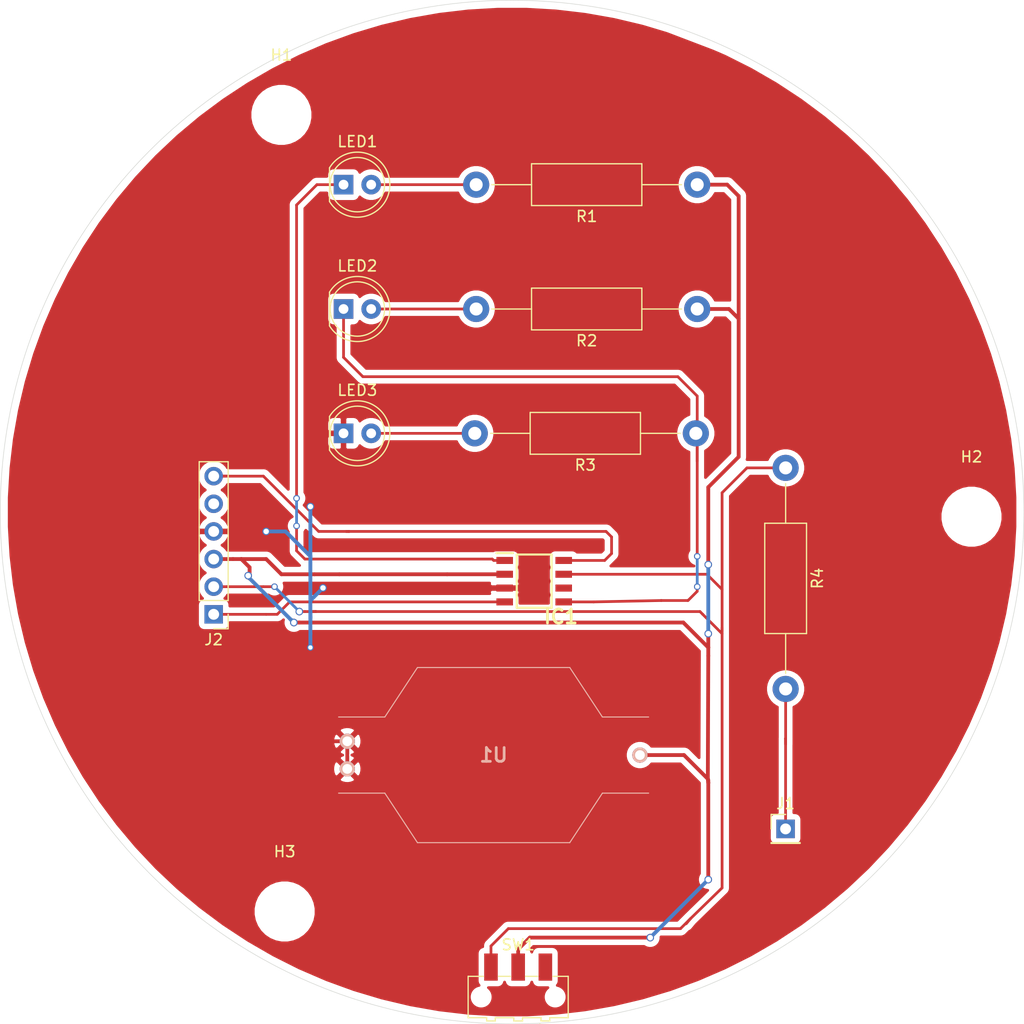
<source format=kicad_pcb>
(kicad_pcb (version 20171130) (host pcbnew "(5.1.6)-1")

  (general
    (thickness 1.6)
    (drawings 1)
    (tracks 172)
    (zones 0)
    (modules 15)
    (nets 15)
  )

  (page A4)
  (title_block
    (title Ampelschaltung)
  )

  (layers
    (0 F.Cu signal hide)
    (31 B.Cu signal)
    (32 B.Adhes user)
    (33 F.Adhes user)
    (34 B.Paste user)
    (35 F.Paste user)
    (36 B.SilkS user)
    (37 F.SilkS user)
    (38 B.Mask user)
    (39 F.Mask user)
    (40 Dwgs.User user)
    (41 Cmts.User user)
    (42 Eco1.User user)
    (43 Eco2.User user)
    (44 Edge.Cuts user)
    (45 Margin user)
    (46 B.CrtYd user)
    (47 F.CrtYd user)
    (48 B.Fab user)
    (49 F.Fab user)
  )

  (setup
    (last_trace_width 0.25)
    (trace_clearance 0.25)
    (zone_clearance 0.508)
    (zone_45_only no)
    (trace_min 0.25)
    (via_size 0.6)
    (via_drill 0.4)
    (via_min_size 0.4)
    (via_min_drill 0.3)
    (uvia_size 0.3)
    (uvia_drill 0.1)
    (uvias_allowed no)
    (uvia_min_size 0.2)
    (uvia_min_drill 0.1)
    (edge_width 0.05)
    (segment_width 0.2)
    (pcb_text_width 0.3)
    (pcb_text_size 1.5 1.5)
    (mod_edge_width 0.12)
    (mod_text_size 1 1)
    (mod_text_width 0.15)
    (pad_size 1.524 1.524)
    (pad_drill 0.762)
    (pad_to_mask_clearance 0.051)
    (solder_mask_min_width 0.25)
    (aux_axis_origin 0 0)
    (visible_elements 7FFFFFFF)
    (pcbplotparams
      (layerselection 0x010fc_ffffffff)
      (usegerberextensions false)
      (usegerberattributes false)
      (usegerberadvancedattributes false)
      (creategerberjobfile false)
      (excludeedgelayer true)
      (linewidth 0.100000)
      (plotframeref false)
      (viasonmask false)
      (mode 1)
      (useauxorigin false)
      (hpglpennumber 1)
      (hpglpenspeed 20)
      (hpglpendiameter 15.000000)
      (psnegative false)
      (psa4output false)
      (plotreference true)
      (plotvalue true)
      (plotinvisibletext false)
      (padsonsilk false)
      (subtractmaskfromsilk false)
      (outputformat 1)
      (mirror false)
      (drillshape 1)
      (scaleselection 1)
      (outputdirectory ""))
  )

  (net 0 "")
  (net 1 PB7-LEDs)
  (net 2 +3V3)
  (net 3 GND)
  (net 4 Conn-RST)
  (net 5 PA8-LEDs)
  (net 6 PA12-ReceivePin-kS)
  (net 7 Conn-SWDIO)
  (net 8 Conn-SWCLK)
  (net 9 PA12ReceivePin-kS)
  (net 10 Conn-SWIM)
  (net 11 "Net-(LED1-Pad2)")
  (net 12 "Net-(LED2-Pad2)")
  (net 13 "Net-(LED3-Pad2)")
  (net 14 "Net-(SW1-Pad3)")

  (net_class Default "Dies ist die voreingestellte Netzklasse."
    (clearance 0.25)
    (trace_width 0.25)
    (via_dia 0.6)
    (via_drill 0.4)
    (uvia_dia 0.3)
    (uvia_drill 0.1)
    (diff_pair_width 0.25)
    (diff_pair_gap 0.25)
    (add_net Conn-RST)
    (add_net Conn-SWCLK)
    (add_net Conn-SWDIO)
    (add_net Conn-SWIM)
    (add_net "Net-(LED1-Pad2)")
    (add_net "Net-(LED2-Pad2)")
    (add_net "Net-(LED3-Pad2)")
    (add_net "Net-(SW1-Pad3)")
    (add_net PA12-ReceivePin-kS)
    (add_net PA12ReceivePin-kS)
    (add_net PA8-LEDs)
    (add_net PB7-LEDs)
  )

  (net_class Power ""
    (clearance 0.35)
    (trace_width 0.35)
    (via_dia 0.7)
    (via_drill 0.5)
    (uvia_dia 0.4)
    (uvia_drill 0.2)
    (diff_pair_width 0.35)
    (diff_pair_gap 0.35)
    (add_net +3V3)
    (add_net GND)
  )

  (module STM32G031J6M6:SOIC127P600X175-8N (layer F.Cu) (tedit 5EE3803F) (tstamp 5EF460FB)
    (at 144.526 114.554)
    (descr SO8N-A)
    (tags "Integrated Circuit")
    (path /5EE382F6)
    (attr smd)
    (fp_text reference IC1 (at 2.459999 3.264999) (layer F.SilkS)
      (effects (font (size 1.27 1.27) (thickness 0.254)))
    )
    (fp_text value STM32G031J6M6 (at 0 0) (layer F.SilkS) hide
      (effects (font (size 1.27 1.27) (thickness 0.254)))
    )
    (fp_line (start -3.475 -2.58) (end -1.95 -2.58) (layer F.SilkS) (width 0.2))
    (fp_line (start -1.6 2.45) (end -1.6 -2.45) (layer F.SilkS) (width 0.2))
    (fp_line (start 1.6 2.45) (end -1.6 2.45) (layer F.SilkS) (width 0.2))
    (fp_line (start 1.6 -2.45) (end 1.6 2.45) (layer F.SilkS) (width 0.2))
    (fp_line (start -1.6 -2.45) (end 1.6 -2.45) (layer F.SilkS) (width 0.2))
    (fp_line (start -1.95 -1.18) (end -0.68 -2.45) (layer Dwgs.User) (width 0.1))
    (fp_line (start -1.95 2.45) (end -1.95 -2.45) (layer Dwgs.User) (width 0.1))
    (fp_line (start 1.95 2.45) (end -1.95 2.45) (layer Dwgs.User) (width 0.1))
    (fp_line (start 1.95 -2.45) (end 1.95 2.45) (layer Dwgs.User) (width 0.1))
    (fp_line (start -1.95 -2.45) (end 1.95 -2.45) (layer Dwgs.User) (width 0.1))
    (fp_line (start -3.725 2.75) (end -3.725 -2.75) (layer Dwgs.User) (width 0.05))
    (fp_line (start 3.725 2.75) (end -3.725 2.75) (layer Dwgs.User) (width 0.05))
    (fp_line (start 3.725 -2.75) (end 3.725 2.75) (layer Dwgs.User) (width 0.05))
    (fp_line (start -3.725 -2.75) (end 3.725 -2.75) (layer Dwgs.User) (width 0.05))
    (pad 8 smd rect (at 2.712 -1.905 90) (size 0.65 1.525) (layers F.Cu F.Paste F.Mask)
      (net 8 Conn-SWCLK))
    (pad 7 smd rect (at 2.712 -0.635 90) (size 0.65 1.525) (layers F.Cu F.Paste F.Mask)
      (net 7 Conn-SWDIO))
    (pad 6 smd rect (at 2.712 0.635 90) (size 0.65 1.525) (layers F.Cu F.Paste F.Mask)
      (net 6 PA12-ReceivePin-kS))
    (pad 5 smd rect (at 2.712 1.905 90) (size 0.65 1.525) (layers F.Cu F.Paste F.Mask)
      (net 5 PA8-LEDs))
    (pad 4 smd rect (at -2.712 1.905 90) (size 0.65 1.525) (layers F.Cu F.Paste F.Mask)
      (net 4 Conn-RST))
    (pad 3 smd rect (at -2.712 0.635 90) (size 0.65 1.525) (layers F.Cu F.Paste F.Mask)
      (net 3 GND))
    (pad 2 smd rect (at -2.712 -0.635 90) (size 0.65 1.525) (layers F.Cu F.Paste F.Mask)
      (net 2 +3V3))
    (pad 1 smd rect (at -2.712 -1.905 90) (size 0.65 1.525) (layers F.Cu F.Paste F.Mask)
      (net 1 PB7-LEDs))
  )

  (module LED_THT:LED_D5.0mm (layer F.Cu) (tedit 5995936A) (tstamp 5EF4614D)
    (at 127 89.535)
    (descr "LED, diameter 5.0mm, 2 pins, http://cdn-reichelt.de/documents/datenblatt/A500/LL-504BC2E-009.pdf")
    (tags "LED diameter 5.0mm 2 pins")
    (path /5EE899FD)
    (fp_text reference LED2 (at 1.27 -3.96) (layer F.SilkS)
      (effects (font (size 1 1) (thickness 0.15)))
    )
    (fp_text value yellow (at 1.27 3.96) (layer F.Fab)
      (effects (font (size 1 1) (thickness 0.15)))
    )
    (fp_circle (center 1.27 0) (end 3.77 0) (layer F.Fab) (width 0.1))
    (fp_circle (center 1.27 0) (end 3.77 0) (layer F.SilkS) (width 0.12))
    (fp_line (start -1.23 -1.469694) (end -1.23 1.469694) (layer F.Fab) (width 0.1))
    (fp_line (start -1.29 -1.545) (end -1.29 1.545) (layer F.SilkS) (width 0.12))
    (fp_line (start -1.95 -3.25) (end -1.95 3.25) (layer F.CrtYd) (width 0.05))
    (fp_line (start -1.95 3.25) (end 4.5 3.25) (layer F.CrtYd) (width 0.05))
    (fp_line (start 4.5 3.25) (end 4.5 -3.25) (layer F.CrtYd) (width 0.05))
    (fp_line (start 4.5 -3.25) (end -1.95 -3.25) (layer F.CrtYd) (width 0.05))
    (fp_arc (start 1.27 0) (end -1.23 -1.469694) (angle 299.1) (layer F.Fab) (width 0.1))
    (fp_arc (start 1.27 0) (end -1.29 -1.54483) (angle 148.9) (layer F.SilkS) (width 0.12))
    (fp_arc (start 1.27 0) (end -1.29 1.54483) (angle -148.9) (layer F.SilkS) (width 0.12))
    (fp_text user %R (at 1.25 0) (layer F.Fab)
      (effects (font (size 0.8 0.8) (thickness 0.2)))
    )
    (pad 1 thru_hole rect (at 0 0) (size 1.8 1.8) (drill 0.9) (layers *.Cu *.Mask)
      (net 5 PA8-LEDs))
    (pad 2 thru_hole circle (at 2.54 0) (size 1.8 1.8) (drill 0.9) (layers *.Cu *.Mask)
      (net 12 "Net-(LED2-Pad2)"))
    (model ${KISYS3DMOD}/LED_THT.3dshapes/LED_D5.0mm.wrl
      (at (xyz 0 0 0))
      (scale (xyz 1 1 1))
      (rotate (xyz 0 0 0))
    )
  )

  (module LED_THT:LED_D5.0mm (layer F.Cu) (tedit 5995936A) (tstamp 5EF4615F)
    (at 127 78.105)
    (descr "LED, diameter 5.0mm, 2 pins, http://cdn-reichelt.de/documents/datenblatt/A500/LL-504BC2E-009.pdf")
    (tags "LED diameter 5.0mm 2 pins")
    (path /5EE8A614)
    (fp_text reference LED1 (at 1.27 -3.96) (layer F.SilkS)
      (effects (font (size 1 1) (thickness 0.15)))
    )
    (fp_text value red (at 1.27 3.96) (layer F.Fab)
      (effects (font (size 1 1) (thickness 0.15)))
    )
    (fp_circle (center 1.27 0) (end 3.77 0) (layer F.Fab) (width 0.1))
    (fp_circle (center 1.27 0) (end 3.77 0) (layer F.SilkS) (width 0.12))
    (fp_line (start -1.23 -1.469694) (end -1.23 1.469694) (layer F.Fab) (width 0.1))
    (fp_line (start -1.29 -1.545) (end -1.29 1.545) (layer F.SilkS) (width 0.12))
    (fp_line (start -1.95 -3.25) (end -1.95 3.25) (layer F.CrtYd) (width 0.05))
    (fp_line (start -1.95 3.25) (end 4.5 3.25) (layer F.CrtYd) (width 0.05))
    (fp_line (start 4.5 3.25) (end 4.5 -3.25) (layer F.CrtYd) (width 0.05))
    (fp_line (start 4.5 -3.25) (end -1.95 -3.25) (layer F.CrtYd) (width 0.05))
    (fp_arc (start 1.27 0) (end -1.23 -1.469694) (angle 299.1) (layer F.Fab) (width 0.1))
    (fp_arc (start 1.27 0) (end -1.29 -1.54483) (angle 148.9) (layer F.SilkS) (width 0.12))
    (fp_arc (start 1.27 0) (end -1.29 1.54483) (angle -148.9) (layer F.SilkS) (width 0.12))
    (fp_text user %R (at 1.25 0) (layer F.Fab)
      (effects (font (size 0.8 0.8) (thickness 0.2)))
    )
    (pad 1 thru_hole rect (at 0 0) (size 1.8 1.8) (drill 0.9) (layers *.Cu *.Mask)
      (net 1 PB7-LEDs))
    (pad 2 thru_hole circle (at 2.54 0) (size 1.8 1.8) (drill 0.9) (layers *.Cu *.Mask)
      (net 11 "Net-(LED1-Pad2)"))
    (model ${KISYS3DMOD}/LED_THT.3dshapes/LED_D5.0mm.wrl
      (at (xyz 0 0 0))
      (scale (xyz 1 1 1))
      (rotate (xyz 0 0 0))
    )
  )

  (module LED_THT:LED_D5.0mm (layer F.Cu) (tedit 5995936A) (tstamp 5EF46171)
    (at 127 100.965)
    (descr "LED, diameter 5.0mm, 2 pins, http://cdn-reichelt.de/documents/datenblatt/A500/LL-504BC2E-009.pdf")
    (tags "LED diameter 5.0mm 2 pins")
    (path /5EE89DD8)
    (fp_text reference LED3 (at 1.27 -3.96) (layer F.SilkS)
      (effects (font (size 1 1) (thickness 0.15)))
    )
    (fp_text value green (at 1.27 3.96) (layer F.Fab)
      (effects (font (size 1 1) (thickness 0.15)))
    )
    (fp_line (start 4.5 -3.25) (end -1.95 -3.25) (layer F.CrtYd) (width 0.05))
    (fp_line (start 4.5 3.25) (end 4.5 -3.25) (layer F.CrtYd) (width 0.05))
    (fp_line (start -1.95 3.25) (end 4.5 3.25) (layer F.CrtYd) (width 0.05))
    (fp_line (start -1.95 -3.25) (end -1.95 3.25) (layer F.CrtYd) (width 0.05))
    (fp_line (start -1.29 -1.545) (end -1.29 1.545) (layer F.SilkS) (width 0.12))
    (fp_line (start -1.23 -1.469694) (end -1.23 1.469694) (layer F.Fab) (width 0.1))
    (fp_circle (center 1.27 0) (end 3.77 0) (layer F.SilkS) (width 0.12))
    (fp_circle (center 1.27 0) (end 3.77 0) (layer F.Fab) (width 0.1))
    (fp_text user %R (at 1.25 0) (layer F.Fab)
      (effects (font (size 0.8 0.8) (thickness 0.2)))
    )
    (fp_arc (start 1.27 0) (end -1.29 1.54483) (angle -148.9) (layer F.SilkS) (width 0.12))
    (fp_arc (start 1.27 0) (end -1.29 -1.54483) (angle 148.9) (layer F.SilkS) (width 0.12))
    (fp_arc (start 1.27 0) (end -1.23 -1.469694) (angle 299.1) (layer F.Fab) (width 0.1))
    (pad 2 thru_hole circle (at 2.54 0) (size 1.8 1.8) (drill 0.9) (layers *.Cu *.Mask)
      (net 13 "Net-(LED3-Pad2)"))
    (pad 1 thru_hole rect (at 0 0) (size 1.8 1.8) (drill 0.9) (layers *.Cu *.Mask)
      (net 3 GND))
    (model ${KISYS3DMOD}/LED_THT.3dshapes/LED_D5.0mm.wrl
      (at (xyz 0 0 0))
      (scale (xyz 1 1 1))
      (rotate (xyz 0 0 0))
    )
  )

  (module Resistor_THT:R_Axial_DIN0411_L9.9mm_D3.6mm_P20.32mm_Horizontal (layer F.Cu) (tedit 5AE5139B) (tstamp 5EF46188)
    (at 159.512 89.535 180)
    (descr "Resistor, Axial_DIN0411 series, Axial, Horizontal, pin pitch=20.32mm, 1W, length*diameter=9.9*3.6mm^2")
    (tags "Resistor Axial_DIN0411 series Axial Horizontal pin pitch 20.32mm 1W length 9.9mm diameter 3.6mm")
    (path /5EE3B4D7)
    (fp_text reference R2 (at 10.16 -2.92) (layer F.SilkS)
      (effects (font (size 1 1) (thickness 0.15)))
    )
    (fp_text value "82 Ohm" (at 10.16 2.92) (layer F.Fab)
      (effects (font (size 1 1) (thickness 0.15)))
    )
    (fp_line (start 21.77 -2.05) (end -1.45 -2.05) (layer F.CrtYd) (width 0.05))
    (fp_line (start 21.77 2.05) (end 21.77 -2.05) (layer F.CrtYd) (width 0.05))
    (fp_line (start -1.45 2.05) (end 21.77 2.05) (layer F.CrtYd) (width 0.05))
    (fp_line (start -1.45 -2.05) (end -1.45 2.05) (layer F.CrtYd) (width 0.05))
    (fp_line (start 18.88 0) (end 15.23 0) (layer F.SilkS) (width 0.12))
    (fp_line (start 1.44 0) (end 5.09 0) (layer F.SilkS) (width 0.12))
    (fp_line (start 15.23 -1.92) (end 5.09 -1.92) (layer F.SilkS) (width 0.12))
    (fp_line (start 15.23 1.92) (end 15.23 -1.92) (layer F.SilkS) (width 0.12))
    (fp_line (start 5.09 1.92) (end 15.23 1.92) (layer F.SilkS) (width 0.12))
    (fp_line (start 5.09 -1.92) (end 5.09 1.92) (layer F.SilkS) (width 0.12))
    (fp_line (start 20.32 0) (end 15.11 0) (layer F.Fab) (width 0.1))
    (fp_line (start 0 0) (end 5.21 0) (layer F.Fab) (width 0.1))
    (fp_line (start 15.11 -1.8) (end 5.21 -1.8) (layer F.Fab) (width 0.1))
    (fp_line (start 15.11 1.8) (end 15.11 -1.8) (layer F.Fab) (width 0.1))
    (fp_line (start 5.21 1.8) (end 15.11 1.8) (layer F.Fab) (width 0.1))
    (fp_line (start 5.21 -1.8) (end 5.21 1.8) (layer F.Fab) (width 0.1))
    (fp_text user %R (at 10.16 0) (layer F.Fab)
      (effects (font (size 1 1) (thickness 0.15)))
    )
    (pad 2 thru_hole oval (at 20.32 0 180) (size 2.4 2.4) (drill 1.2) (layers *.Cu *.Mask)
      (net 12 "Net-(LED2-Pad2)"))
    (pad 1 thru_hole circle (at 0 0 180) (size 2.4 2.4) (drill 1.2) (layers *.Cu *.Mask)
      (net 2 +3V3))
    (model ${KISYS3DMOD}/Resistor_THT.3dshapes/R_Axial_DIN0411_L9.9mm_D3.6mm_P20.32mm_Horizontal.wrl
      (at (xyz 0 0 0))
      (scale (xyz 1 1 1))
      (rotate (xyz 0 0 0))
    )
  )

  (module Resistor_THT:R_Axial_DIN0411_L9.9mm_D3.6mm_P20.32mm_Horizontal (layer F.Cu) (tedit 5AE5139B) (tstamp 5EF4619F)
    (at 159.512 78.105 180)
    (descr "Resistor, Axial_DIN0411 series, Axial, Horizontal, pin pitch=20.32mm, 1W, length*diameter=9.9*3.6mm^2")
    (tags "Resistor Axial_DIN0411 series Axial Horizontal pin pitch 20.32mm 1W length 9.9mm diameter 3.6mm")
    (path /5EE8AD00)
    (fp_text reference R1 (at 10.16 -2.92) (layer F.SilkS)
      (effects (font (size 1 1) (thickness 0.15)))
    )
    (fp_text value "68 Ohm" (at 10.16 2.92) (layer F.Fab)
      (effects (font (size 1 1) (thickness 0.15)))
    )
    (fp_line (start 5.21 -1.8) (end 5.21 1.8) (layer F.Fab) (width 0.1))
    (fp_line (start 5.21 1.8) (end 15.11 1.8) (layer F.Fab) (width 0.1))
    (fp_line (start 15.11 1.8) (end 15.11 -1.8) (layer F.Fab) (width 0.1))
    (fp_line (start 15.11 -1.8) (end 5.21 -1.8) (layer F.Fab) (width 0.1))
    (fp_line (start 0 0) (end 5.21 0) (layer F.Fab) (width 0.1))
    (fp_line (start 20.32 0) (end 15.11 0) (layer F.Fab) (width 0.1))
    (fp_line (start 5.09 -1.92) (end 5.09 1.92) (layer F.SilkS) (width 0.12))
    (fp_line (start 5.09 1.92) (end 15.23 1.92) (layer F.SilkS) (width 0.12))
    (fp_line (start 15.23 1.92) (end 15.23 -1.92) (layer F.SilkS) (width 0.12))
    (fp_line (start 15.23 -1.92) (end 5.09 -1.92) (layer F.SilkS) (width 0.12))
    (fp_line (start 1.44 0) (end 5.09 0) (layer F.SilkS) (width 0.12))
    (fp_line (start 18.88 0) (end 15.23 0) (layer F.SilkS) (width 0.12))
    (fp_line (start -1.45 -2.05) (end -1.45 2.05) (layer F.CrtYd) (width 0.05))
    (fp_line (start -1.45 2.05) (end 21.77 2.05) (layer F.CrtYd) (width 0.05))
    (fp_line (start 21.77 2.05) (end 21.77 -2.05) (layer F.CrtYd) (width 0.05))
    (fp_line (start 21.77 -2.05) (end -1.45 -2.05) (layer F.CrtYd) (width 0.05))
    (fp_text user %R (at 10.16 0) (layer F.Fab)
      (effects (font (size 1 1) (thickness 0.15)))
    )
    (pad 1 thru_hole circle (at 0 0 180) (size 2.4 2.4) (drill 1.2) (layers *.Cu *.Mask)
      (net 2 +3V3))
    (pad 2 thru_hole oval (at 20.32 0 180) (size 2.4 2.4) (drill 1.2) (layers *.Cu *.Mask)
      (net 11 "Net-(LED1-Pad2)"))
    (model ${KISYS3DMOD}/Resistor_THT.3dshapes/R_Axial_DIN0411_L9.9mm_D3.6mm_P20.32mm_Horizontal.wrl
      (at (xyz 0 0 0))
      (scale (xyz 1 1 1))
      (rotate (xyz 0 0 0))
    )
  )

  (module Resistor_THT:R_Axial_DIN0411_L9.9mm_D3.6mm_P20.32mm_Horizontal (layer F.Cu) (tedit 5AE5139B) (tstamp 5EF461B6)
    (at 159.385 100.965 180)
    (descr "Resistor, Axial_DIN0411 series, Axial, Horizontal, pin pitch=20.32mm, 1W, length*diameter=9.9*3.6mm^2")
    (tags "Resistor Axial_DIN0411 series Axial Horizontal pin pitch 20.32mm 1W length 9.9mm diameter 3.6mm")
    (path /5EE3AF75)
    (fp_text reference R3 (at 10.16 -2.92) (layer F.SilkS)
      (effects (font (size 1 1) (thickness 0.15)))
    )
    (fp_text value "68 Ohm" (at 10.16 2.92) (layer F.Fab)
      (effects (font (size 1 1) (thickness 0.15)))
    )
    (fp_line (start 5.21 -1.8) (end 5.21 1.8) (layer F.Fab) (width 0.1))
    (fp_line (start 5.21 1.8) (end 15.11 1.8) (layer F.Fab) (width 0.1))
    (fp_line (start 15.11 1.8) (end 15.11 -1.8) (layer F.Fab) (width 0.1))
    (fp_line (start 15.11 -1.8) (end 5.21 -1.8) (layer F.Fab) (width 0.1))
    (fp_line (start 0 0) (end 5.21 0) (layer F.Fab) (width 0.1))
    (fp_line (start 20.32 0) (end 15.11 0) (layer F.Fab) (width 0.1))
    (fp_line (start 5.09 -1.92) (end 5.09 1.92) (layer F.SilkS) (width 0.12))
    (fp_line (start 5.09 1.92) (end 15.23 1.92) (layer F.SilkS) (width 0.12))
    (fp_line (start 15.23 1.92) (end 15.23 -1.92) (layer F.SilkS) (width 0.12))
    (fp_line (start 15.23 -1.92) (end 5.09 -1.92) (layer F.SilkS) (width 0.12))
    (fp_line (start 1.44 0) (end 5.09 0) (layer F.SilkS) (width 0.12))
    (fp_line (start 18.88 0) (end 15.23 0) (layer F.SilkS) (width 0.12))
    (fp_line (start -1.45 -2.05) (end -1.45 2.05) (layer F.CrtYd) (width 0.05))
    (fp_line (start -1.45 2.05) (end 21.77 2.05) (layer F.CrtYd) (width 0.05))
    (fp_line (start 21.77 2.05) (end 21.77 -2.05) (layer F.CrtYd) (width 0.05))
    (fp_line (start 21.77 -2.05) (end -1.45 -2.05) (layer F.CrtYd) (width 0.05))
    (fp_text user %R (at 10.16 0) (layer F.Fab)
      (effects (font (size 1 1) (thickness 0.15)))
    )
    (pad 1 thru_hole circle (at 0 0 180) (size 2.4 2.4) (drill 1.2) (layers *.Cu *.Mask)
      (net 5 PA8-LEDs))
    (pad 2 thru_hole oval (at 20.32 0 180) (size 2.4 2.4) (drill 1.2) (layers *.Cu *.Mask)
      (net 13 "Net-(LED3-Pad2)"))
    (model ${KISYS3DMOD}/Resistor_THT.3dshapes/R_Axial_DIN0411_L9.9mm_D3.6mm_P20.32mm_Horizontal.wrl
      (at (xyz 0 0 0))
      (scale (xyz 1 1 1))
      (rotate (xyz 0 0 0))
    )
  )

  (module Resistor_THT:R_Axial_DIN0411_L9.9mm_D3.6mm_P20.32mm_Horizontal (layer F.Cu) (tedit 5AE5139B) (tstamp 5EF461CD)
    (at 167.64 104.14 270)
    (descr "Resistor, Axial_DIN0411 series, Axial, Horizontal, pin pitch=20.32mm, 1W, length*diameter=9.9*3.6mm^2")
    (tags "Resistor Axial_DIN0411 series Axial Horizontal pin pitch 20.32mm 1W length 9.9mm diameter 3.6mm")
    (path /5EEFE0D3)
    (fp_text reference R4 (at 10.16 -2.92 90) (layer F.SilkS)
      (effects (font (size 1 1) (thickness 0.15)))
    )
    (fp_text value "1 MOhm" (at 10.16 2.92 90) (layer F.Fab)
      (effects (font (size 1 1) (thickness 0.15)))
    )
    (fp_line (start 21.77 -2.05) (end -1.45 -2.05) (layer F.CrtYd) (width 0.05))
    (fp_line (start 21.77 2.05) (end 21.77 -2.05) (layer F.CrtYd) (width 0.05))
    (fp_line (start -1.45 2.05) (end 21.77 2.05) (layer F.CrtYd) (width 0.05))
    (fp_line (start -1.45 -2.05) (end -1.45 2.05) (layer F.CrtYd) (width 0.05))
    (fp_line (start 18.88 0) (end 15.23 0) (layer F.SilkS) (width 0.12))
    (fp_line (start 1.44 0) (end 5.09 0) (layer F.SilkS) (width 0.12))
    (fp_line (start 15.23 -1.92) (end 5.09 -1.92) (layer F.SilkS) (width 0.12))
    (fp_line (start 15.23 1.92) (end 15.23 -1.92) (layer F.SilkS) (width 0.12))
    (fp_line (start 5.09 1.92) (end 15.23 1.92) (layer F.SilkS) (width 0.12))
    (fp_line (start 5.09 -1.92) (end 5.09 1.92) (layer F.SilkS) (width 0.12))
    (fp_line (start 20.32 0) (end 15.11 0) (layer F.Fab) (width 0.1))
    (fp_line (start 0 0) (end 5.21 0) (layer F.Fab) (width 0.1))
    (fp_line (start 15.11 -1.8) (end 5.21 -1.8) (layer F.Fab) (width 0.1))
    (fp_line (start 15.11 1.8) (end 15.11 -1.8) (layer F.Fab) (width 0.1))
    (fp_line (start 5.21 1.8) (end 15.11 1.8) (layer F.Fab) (width 0.1))
    (fp_line (start 5.21 -1.8) (end 5.21 1.8) (layer F.Fab) (width 0.1))
    (fp_text user %R (at 10.16 0 90) (layer F.Fab)
      (effects (font (size 1 1) (thickness 0.15)))
    )
    (pad 2 thru_hole oval (at 20.32 0 270) (size 2.4 2.4) (drill 1.2) (layers *.Cu *.Mask)
      (net 9 PA12ReceivePin-kS))
    (pad 1 thru_hole circle (at 0 0 270) (size 2.4 2.4) (drill 1.2) (layers *.Cu *.Mask)
      (net 7 Conn-SWDIO))
    (model ${KISYS3DMOD}/Resistor_THT.3dshapes/R_Axial_DIN0411_L9.9mm_D3.6mm_P20.32mm_Horizontal.wrl
      (at (xyz 0 0 0))
      (scale (xyz 1 1 1))
      (rotate (xyz 0 0 0))
    )
  )

  (module Button_Switch_SMD:SW_SPDT_CK-JS102011SAQN (layer F.Cu) (tedit 5A02FC95) (tstamp 5EF46228)
    (at 143.0528 152.781)
    (descr "Sub-miniature slide switch, right-angle, http://www.ckswitches.com/media/1422/js.pdf")
    (tags "switch spdt")
    (path /5EF430FD)
    (attr smd)
    (fp_text reference SW1 (at 0 -4.8) (layer F.SilkS)
      (effects (font (size 1 1) (thickness 0.15)))
    )
    (fp_text value SW_SPDT (at 0 -2.9) (layer F.Fab)
      (effects (font (size 1 1) (thickness 0.15)))
    )
    (fp_line (start -4.5 -1.8) (end 4.5 -1.8) (layer F.Fab) (width 0.1))
    (fp_line (start 4.5 -1.8) (end 4.5 1.8) (layer F.Fab) (width 0.1))
    (fp_line (start 4.5 1.8) (end -4.4 1.8) (layer F.Fab) (width 0.1))
    (fp_line (start -4.4 1.8) (end -4.5 1.8) (layer F.Fab) (width 0.1))
    (fp_line (start -4.5 1.8) (end -4.5 1.8) (layer F.Fab) (width 0.1))
    (fp_line (start -4.5 -1.8) (end -4.5 1.8) (layer F.Fab) (width 0.1))
    (fp_line (start -4.5 1.8) (end -4.5 1.8) (layer F.Fab) (width 0.1))
    (fp_line (start -1.5 1.8) (end -1.5 1.8) (layer F.Fab) (width 0.1))
    (fp_line (start 3.2 -1.9) (end 4.6 -1.9) (layer F.SilkS) (width 0.12))
    (fp_line (start 4.6 -1.9) (end 4.6 1.9) (layer F.SilkS) (width 0.12))
    (fp_line (start -4.6 1.9) (end -4.6 -1.9) (layer F.SilkS) (width 0.12))
    (fp_line (start -4.6 -1.9) (end -3.2 -1.9) (layer F.SilkS) (width 0.12))
    (fp_line (start 1.8 -1.9) (end 0.7 -1.9) (layer F.SilkS) (width 0.12))
    (fp_line (start 0.7 -1.9) (end 0.7 -1.9) (layer F.SilkS) (width 0.12))
    (fp_line (start -0.7 -1.9) (end -1.8 -1.9) (layer F.SilkS) (width 0.12))
    (fp_line (start -1.8 -1.9) (end -1.8 -1.9) (layer F.SilkS) (width 0.12))
    (fp_line (start 0.3 1.8) (end 0.3 2.1) (layer F.Fab) (width 0.1))
    (fp_line (start 0.3 2.1) (end -0.3 2.1) (layer F.Fab) (width 0.1))
    (fp_line (start -0.3 2.1) (end -0.3 1.8) (layer F.Fab) (width 0.1))
    (fp_line (start -0.3 1.8) (end -0.3 1.8) (layer F.Fab) (width 0.1))
    (fp_line (start -2.2 1.8) (end -2.2 2.1) (layer F.Fab) (width 0.1))
    (fp_line (start -2.2 2.1) (end -2.8 2.1) (layer F.Fab) (width 0.1))
    (fp_line (start -2.8 2.1) (end -2.8 1.8) (layer F.Fab) (width 0.1))
    (fp_line (start -2.8 1.8) (end -2.8 1.8) (layer F.Fab) (width 0.1))
    (fp_line (start 2.2 1.8) (end 2.2 2.1) (layer F.Fab) (width 0.1))
    (fp_line (start 2.2 2.1) (end 2.8 2.1) (layer F.Fab) (width 0.1))
    (fp_line (start 2.8 2.1) (end 2.8 1.8) (layer F.Fab) (width 0.1))
    (fp_line (start 2.8 1.8) (end 2.8 1.8) (layer F.Fab) (width 0.1))
    (fp_line (start 4.6 1.9) (end 2.9 1.9) (layer F.SilkS) (width 0.12))
    (fp_line (start 2.9 1.9) (end 2.9 2.2) (layer F.SilkS) (width 0.12))
    (fp_line (start 2.9 2.2) (end 2.1 2.2) (layer F.SilkS) (width 0.12))
    (fp_line (start 2.1 2.2) (end 2.1 1.9) (layer F.SilkS) (width 0.12))
    (fp_line (start 2.1 1.9) (end 0.4 1.9) (layer F.SilkS) (width 0.12))
    (fp_line (start 0.4 1.9) (end 0.4 2.2) (layer F.SilkS) (width 0.12))
    (fp_line (start 0.4 2.2) (end -0.4 2.2) (layer F.SilkS) (width 0.12))
    (fp_line (start -0.4 2.2) (end -0.4 1.9) (layer F.SilkS) (width 0.12))
    (fp_line (start -0.4 1.9) (end -2.1 1.9) (layer F.SilkS) (width 0.12))
    (fp_line (start -2.1 1.9) (end -2.1 2.2) (layer F.SilkS) (width 0.12))
    (fp_line (start -2.1 2.2) (end -2.9 2.2) (layer F.SilkS) (width 0.12))
    (fp_line (start -2.9 2.2) (end -2.9 1.9) (layer F.SilkS) (width 0.12))
    (fp_line (start -2.9 1.9) (end -4.6 1.9) (layer F.SilkS) (width 0.12))
    (fp_line (start -4.6 1.9) (end -4.6 1.9) (layer F.SilkS) (width 0.12))
    (fp_line (start -0.5 1.8) (end -0.5 3.8) (layer F.Fab) (width 0.1))
    (fp_line (start -0.5 3.8) (end -2 3.8) (layer F.Fab) (width 0.1))
    (fp_line (start -2 3.8) (end -2 1.8) (layer F.Fab) (width 0.1))
    (fp_line (start -2 1.8) (end -2 1.8) (layer F.Fab) (width 0.1))
    (fp_line (start -5 -2.25) (end -5 2.25) (layer F.CrtYd) (width 0.05))
    (fp_line (start -5 2.25) (end -3.25 2.25) (layer F.CrtYd) (width 0.05))
    (fp_line (start -3.25 2.25) (end -3.25 2.75) (layer F.CrtYd) (width 0.05))
    (fp_line (start -3.25 2.75) (end -2.5 2.75) (layer F.CrtYd) (width 0.05))
    (fp_line (start -2.5 2.75) (end -2.5 4.25) (layer F.CrtYd) (width 0.05))
    (fp_line (start -2.5 4.25) (end 2.5 4.25) (layer F.CrtYd) (width 0.05))
    (fp_line (start 2.5 4.25) (end 2.5 2.5) (layer F.CrtYd) (width 0.05))
    (fp_line (start 2.5 2.5) (end 3.25 2.5) (layer F.CrtYd) (width 0.05))
    (fp_line (start 3.25 2.5) (end 3.25 2.25) (layer F.CrtYd) (width 0.05))
    (fp_line (start 3.25 2.25) (end 5 2.25) (layer F.CrtYd) (width 0.05))
    (fp_line (start 5 2.25) (end 5 -2.25) (layer F.CrtYd) (width 0.05))
    (fp_line (start 5 -2.25) (end 3.5 -2.25) (layer F.CrtYd) (width 0.05))
    (fp_line (start 3.5 -2.25) (end 3.5 -4.5) (layer F.CrtYd) (width 0.05))
    (fp_line (start 3.5 -4.5) (end -3.5 -4.5) (layer F.CrtYd) (width 0.05))
    (fp_line (start -3.5 -4.5) (end -3.5 -2.25) (layer F.CrtYd) (width 0.05))
    (fp_line (start -3.5 -2.25) (end -5 -2.25) (layer F.CrtYd) (width 0.05))
    (fp_line (start -5 -2.25) (end -5 -2.25) (layer F.CrtYd) (width 0.05))
    (fp_line (start -2 3.8) (end -2 3.3) (layer F.SilkS) (width 0.12))
    (fp_line (start -2 3.3) (end -2 3.3) (layer F.SilkS) (width 0.12))
    (fp_line (start -2 3.8) (end -1.5 3.8) (layer F.SilkS) (width 0.12))
    (fp_line (start -1.5 3.8) (end -1.5 3.8) (layer F.SilkS) (width 0.12))
    (fp_line (start 2 3.8) (end 1.5 3.8) (layer F.SilkS) (width 0.12))
    (fp_line (start 1.5 3.8) (end 1.5 3.8) (layer F.SilkS) (width 0.12))
    (fp_line (start 2 3.8) (end 2 3.3) (layer F.SilkS) (width 0.12))
    (fp_line (start 2 3.3) (end 2 3.3) (layer F.SilkS) (width 0.12))
    (fp_line (start 2 3) (end 2 2.5) (layer F.SilkS) (width 0.12))
    (fp_line (start 2 2.5) (end 2 2.5) (layer F.SilkS) (width 0.12))
    (fp_line (start -2 3) (end -2 2.5) (layer F.SilkS) (width 0.12))
    (fp_line (start -2 2.5) (end -2 2.5) (layer F.SilkS) (width 0.12))
    (fp_line (start -1.2 3.8) (end -0.7 3.8) (layer F.SilkS) (width 0.12))
    (fp_line (start -0.7 3.8) (end -0.7 3.8) (layer F.SilkS) (width 0.12))
    (fp_line (start 1.2 3.8) (end 0.7 3.8) (layer F.SilkS) (width 0.12))
    (fp_line (start 0.7 3.8) (end 0.7 3.8) (layer F.SilkS) (width 0.12))
    (fp_line (start 0.4 3.8) (end -0.4 3.8) (layer F.SilkS) (width 0.12))
    (fp_line (start -0.4 3.8) (end -0.4 3.8) (layer F.SilkS) (width 0.12))
    (fp_text user %R (at 0 0) (layer F.Fab)
      (effects (font (size 1 1) (thickness 0.15)))
    )
    (pad 1 smd rect (at -2.5 -2.75) (size 1.25 2.5) (layers F.Cu F.Paste F.Mask)
      (net 7 Conn-SWDIO))
    (pad 2 smd rect (at 0 -2.75) (size 1.25 2.5) (layers F.Cu F.Paste F.Mask)
      (net 2 +3V3))
    (pad 3 smd rect (at 2.5 -2.75) (size 1.25 2.5) (layers F.Cu F.Paste F.Mask)
      (net 14 "Net-(SW1-Pad3)"))
    (pad "" np_thru_hole circle (at -3.4 0) (size 0.9 0.9) (drill 0.9) (layers *.Cu *.Mask))
    (pad "" np_thru_hole circle (at 3.4 0) (size 0.9 0.9) (drill 0.9) (layers *.Cu *.Mask))
    (model ${KISYS3DMOD}/Button_Switch_SMD.3dshapes/SW_SPDT_CK-JS102011SAQN.wrl
      (at (xyz 0 0 0))
      (scale (xyz 1 1 1))
      (rotate (xyz 0 0 0))
    )
  )

  (module HU2032-LF:HU2032LF (layer B.Cu) (tedit 5EF3A910) (tstamp 5EF4624D)
    (at 127.34544 131.81076)
    (descr HU2032-LF-3)
    (tags "Undefined or Miscellaneous")
    (path /5EF3D88A)
    (fp_text reference U1 (at 13.45 -1.27) (layer B.SilkS)
      (effects (font (size 1.27 1.27) (thickness 0.254)) (justify mirror))
    )
    (fp_text value HU2032-LF (at 13.45 -1.27) (layer B.SilkS) hide
      (effects (font (size 1.27 1.27) (thickness 0.254)) (justify mirror))
    )
    (fp_line (start -1.8 9.73) (end 28.7 9.73) (layer Dwgs.User) (width 0.1))
    (fp_line (start 28.7 9.73) (end 28.7 -12.27) (layer Dwgs.User) (width 0.1))
    (fp_line (start 28.7 -12.27) (end -1.8 -12.27) (layer Dwgs.User) (width 0.1))
    (fp_line (start -1.8 -12.27) (end -1.8 9.73) (layer Dwgs.User) (width 0.1))
    (fp_line (start 3.45 -1.27) (end 3.45 -1.27) (layer Dwgs.User) (width 0.2))
    (fp_line (start 23.45 -1.27) (end 23.45 -1.27) (layer Dwgs.User) (width 0.2))
    (fp_line (start -0.8 2.23) (end -0.8 -4.77) (layer Dwgs.User) (width 0.2))
    (fp_line (start 27.7 2.23) (end 27.7 -4.77) (layer Dwgs.User) (width 0.2))
    (fp_line (start 6.45 6.78) (end 20.45 6.78) (layer Dwgs.User) (width 0.2))
    (fp_line (start 6.45 -9.32) (end 20.45 -9.32) (layer Dwgs.User) (width 0.2))
    (fp_line (start 6.45 6.78) (end 3.45 2.23) (layer Dwgs.User) (width 0.2))
    (fp_line (start 6.45 -9.32) (end 3.45 -4.77) (layer Dwgs.User) (width 0.2))
    (fp_line (start 20.45 -9.32) (end 23.45 -4.77) (layer Dwgs.User) (width 0.2))
    (fp_line (start 20.45 6.78) (end 23.45 2.23) (layer Dwgs.User) (width 0.2))
    (fp_line (start 3.45 2.23) (end -0.8 2.23) (layer Dwgs.User) (width 0.2))
    (fp_line (start -0.8 -4.77) (end 3.45 -4.77) (layer Dwgs.User) (width 0.2))
    (fp_line (start 27.7 -4.77) (end 23.45 -4.77) (layer Dwgs.User) (width 0.2))
    (fp_line (start 27.7 2.23) (end 23.45 2.23) (layer Dwgs.User) (width 0.2))
    (fp_line (start -0.8 2.23) (end 3.45 2.23) (layer B.SilkS) (width 0.1))
    (fp_line (start 3.45 2.23) (end 6.45 6.78) (layer B.SilkS) (width 0.1))
    (fp_line (start 6.45 6.78) (end 20.45 6.78) (layer B.SilkS) (width 0.1))
    (fp_line (start 20.45 6.78) (end 23.45 2.23) (layer B.SilkS) (width 0.1))
    (fp_line (start 23.45 2.23) (end 27.7 2.23) (layer B.SilkS) (width 0.1))
    (fp_line (start -0.8 -4.77) (end 3.45 -4.77) (layer B.SilkS) (width 0.1))
    (fp_line (start 3.45 -4.77) (end 6.45 -9.32) (layer B.SilkS) (width 0.1))
    (fp_line (start 6.45 -9.32) (end 20.45 -9.32) (layer B.SilkS) (width 0.1))
    (fp_line (start 20.45 -9.32) (end 23.45 -4.77) (layer B.SilkS) (width 0.1))
    (fp_line (start 23.45 -4.77) (end 27.7 -4.77) (layer B.SilkS) (width 0.1))
    (fp_arc (start 13.45 -1.27) (end 3.45 -1.27) (angle 180) (layer Dwgs.User) (width 0.2))
    (fp_arc (start 13.45 -1.27) (end 23.45 -1.27) (angle 180) (layer Dwgs.User) (width 0.2))
    (pad 1 thru_hole circle (at 0 0 270) (size 1.4 1.4) (drill 0.9) (layers *.Cu *.Mask B.SilkS)
      (net 3 GND))
    (pad 2 thru_hole circle (at 0 -2.54 270) (size 1.4 1.4) (drill 0.9) (layers *.Cu *.Mask B.SilkS)
      (net 3 GND))
    (pad 3 thru_hole circle (at 26.9 -1.27 270) (size 1.4 1.4) (drill 0.9) (layers *.Cu *.Mask B.SilkS)
      (net 2 +3V3))
  )

  (module Connector_PinHeader_2.54mm:PinHeader_1x06_P2.54mm_Vertical (layer F.Cu) (tedit 59FED5CC) (tstamp 5EF9C4DA)
    (at 115.062 117.602 180)
    (descr "Through hole straight pin header, 1x06, 2.54mm pitch, single row")
    (tags "Through hole pin header THT 1x06 2.54mm single row")
    (path /5EF9CAFA)
    (fp_text reference J2 (at 0 -2.33) (layer F.SilkS)
      (effects (font (size 1 1) (thickness 0.15)))
    )
    (fp_text value Conn_01x06_Male (at 0 15.03) (layer F.Fab)
      (effects (font (size 1 1) (thickness 0.15)))
    )
    (fp_line (start -0.635 -1.27) (end 1.27 -1.27) (layer F.Fab) (width 0.1))
    (fp_line (start 1.27 -1.27) (end 1.27 13.97) (layer F.Fab) (width 0.1))
    (fp_line (start 1.27 13.97) (end -1.27 13.97) (layer F.Fab) (width 0.1))
    (fp_line (start -1.27 13.97) (end -1.27 -0.635) (layer F.Fab) (width 0.1))
    (fp_line (start -1.27 -0.635) (end -0.635 -1.27) (layer F.Fab) (width 0.1))
    (fp_line (start -1.33 14.03) (end 1.33 14.03) (layer F.SilkS) (width 0.12))
    (fp_line (start -1.33 1.27) (end -1.33 14.03) (layer F.SilkS) (width 0.12))
    (fp_line (start 1.33 1.27) (end 1.33 14.03) (layer F.SilkS) (width 0.12))
    (fp_line (start -1.33 1.27) (end 1.33 1.27) (layer F.SilkS) (width 0.12))
    (fp_line (start -1.33 0) (end -1.33 -1.33) (layer F.SilkS) (width 0.12))
    (fp_line (start -1.33 -1.33) (end 0 -1.33) (layer F.SilkS) (width 0.12))
    (fp_line (start -1.8 -1.8) (end -1.8 14.5) (layer F.CrtYd) (width 0.05))
    (fp_line (start -1.8 14.5) (end 1.8 14.5) (layer F.CrtYd) (width 0.05))
    (fp_line (start 1.8 14.5) (end 1.8 -1.8) (layer F.CrtYd) (width 0.05))
    (fp_line (start 1.8 -1.8) (end -1.8 -1.8) (layer F.CrtYd) (width 0.05))
    (fp_text user %R (at 0 6.35 90) (layer F.Fab)
      (effects (font (size 1 1) (thickness 0.15)))
    )
    (pad 1 thru_hole rect (at 0 0 180) (size 1.7 1.7) (drill 1) (layers *.Cu *.Mask)
      (net 4 Conn-RST))
    (pad 2 thru_hole oval (at 0 2.54 180) (size 1.7 1.7) (drill 1) (layers *.Cu *.Mask)
      (net 7 Conn-SWDIO))
    (pad 3 thru_hole oval (at 0 5.08 180) (size 1.7 1.7) (drill 1) (layers *.Cu *.Mask)
      (net 2 +3V3))
    (pad 4 thru_hole oval (at 0 7.62 180) (size 1.7 1.7) (drill 1) (layers *.Cu *.Mask)
      (net 3 GND))
    (pad 5 thru_hole oval (at 0 10.16 180) (size 1.7 1.7) (drill 1) (layers *.Cu *.Mask)
      (net 10 Conn-SWIM))
    (pad 6 thru_hole oval (at 0 12.7 180) (size 1.7 1.7) (drill 1) (layers *.Cu *.Mask)
      (net 8 Conn-SWCLK))
    (model ${KISYS3DMOD}/Connector_PinHeader_2.54mm.3dshapes/PinHeader_1x06_P2.54mm_Vertical.wrl
      (at (xyz 0 0 0))
      (scale (xyz 1 1 1))
      (rotate (xyz 0 0 0))
    )
  )

  (module MountingHole:MountingHole_4.5mm (layer F.Cu) (tedit 56D1B4CB) (tstamp 5EFC63F3)
    (at 121.28754 71.6915)
    (descr "Mounting Hole 4.5mm, no annular")
    (tags "mounting hole 4.5mm no annular")
    (path /5EFC65F8)
    (attr virtual)
    (fp_text reference H1 (at 0 -5.5) (layer F.SilkS)
      (effects (font (size 1 1) (thickness 0.15)))
    )
    (fp_text value MountingHole (at 0 5.5) (layer F.Fab)
      (effects (font (size 1 1) (thickness 0.15)))
    )
    (fp_circle (center 0 0) (end 4.5 0) (layer Cmts.User) (width 0.15))
    (fp_circle (center 0 0) (end 4.75 0) (layer F.CrtYd) (width 0.05))
    (fp_text user %R (at 0.3 0) (layer F.Fab)
      (effects (font (size 1 1) (thickness 0.15)))
    )
    (pad 1 np_thru_hole circle (at 0 0) (size 4.5 4.5) (drill 4.5) (layers *.Cu *.Mask))
  )

  (module MountingHole:MountingHole_4.5mm (layer F.Cu) (tedit 56D1B4CB) (tstamp 5EFC63FB)
    (at 184.72658 108.62818)
    (descr "Mounting Hole 4.5mm, no annular")
    (tags "mounting hole 4.5mm no annular")
    (path /5EFC738C)
    (attr virtual)
    (fp_text reference H2 (at 0 -5.5) (layer F.SilkS)
      (effects (font (size 1 1) (thickness 0.15)))
    )
    (fp_text value MountingHole (at 0 5.5) (layer F.Fab)
      (effects (font (size 1 1) (thickness 0.15)))
    )
    (fp_circle (center 0 0) (end 4.75 0) (layer F.CrtYd) (width 0.05))
    (fp_circle (center 0 0) (end 4.5 0) (layer Cmts.User) (width 0.15))
    (fp_text user %R (at 0.3 0) (layer F.Fab)
      (effects (font (size 1 1) (thickness 0.15)))
    )
    (pad 1 np_thru_hole circle (at 0 0) (size 4.5 4.5) (drill 4.5) (layers *.Cu *.Mask))
  )

  (module MountingHole:MountingHole_4.5mm (layer F.Cu) (tedit 56D1B4CB) (tstamp 5EFC6403)
    (at 121.58726 144.9197)
    (descr "Mounting Hole 4.5mm, no annular")
    (tags "mounting hole 4.5mm no annular")
    (path /5EFC7750)
    (attr virtual)
    (fp_text reference H3 (at 0 -5.5) (layer F.SilkS)
      (effects (font (size 1 1) (thickness 0.15)))
    )
    (fp_text value MountingHole (at 0 5.5) (layer F.Fab)
      (effects (font (size 1 1) (thickness 0.15)))
    )
    (fp_circle (center 0 0) (end 4.5 0) (layer Cmts.User) (width 0.15))
    (fp_circle (center 0 0) (end 4.75 0) (layer F.CrtYd) (width 0.05))
    (fp_text user %R (at 0.3 0) (layer F.Fab)
      (effects (font (size 1 1) (thickness 0.15)))
    )
    (pad 1 np_thru_hole circle (at 0 0) (size 4.5 4.5) (drill 4.5) (layers *.Cu *.Mask))
  )

  (module Connector_PinHeader_2.54mm:PinHeader_1x01_P2.54mm_Vertical (layer F.Cu) (tedit 59FED5CC) (tstamp 5EFC72AB)
    (at 167.63492 137.32764)
    (descr "Through hole straight pin header, 1x01, 2.54mm pitch, single row")
    (tags "Through hole pin header THT 1x01 2.54mm single row")
    (path /5EF35B4C)
    (fp_text reference J1 (at 0 -2.33) (layer F.SilkS)
      (effects (font (size 1 1) (thickness 0.15)))
    )
    (fp_text value Conn_01x01 (at 0 2.33) (layer F.Fab)
      (effects (font (size 1 1) (thickness 0.15)))
    )
    (fp_line (start -0.635 -1.27) (end 1.27 -1.27) (layer F.Fab) (width 0.1))
    (fp_line (start 1.27 -1.27) (end 1.27 1.27) (layer F.Fab) (width 0.1))
    (fp_line (start 1.27 1.27) (end -1.27 1.27) (layer F.Fab) (width 0.1))
    (fp_line (start -1.27 1.27) (end -1.27 -0.635) (layer F.Fab) (width 0.1))
    (fp_line (start -1.27 -0.635) (end -0.635 -1.27) (layer F.Fab) (width 0.1))
    (fp_line (start -1.33 1.33) (end 1.33 1.33) (layer F.SilkS) (width 0.12))
    (fp_line (start -1.33 1.27) (end -1.33 1.33) (layer F.SilkS) (width 0.12))
    (fp_line (start 1.33 1.27) (end 1.33 1.33) (layer F.SilkS) (width 0.12))
    (fp_line (start -1.33 1.27) (end 1.33 1.27) (layer F.SilkS) (width 0.12))
    (fp_line (start -1.33 0) (end -1.33 -1.33) (layer F.SilkS) (width 0.12))
    (fp_line (start -1.33 -1.33) (end 0 -1.33) (layer F.SilkS) (width 0.12))
    (fp_line (start -1.8 -1.8) (end -1.8 1.8) (layer F.CrtYd) (width 0.05))
    (fp_line (start -1.8 1.8) (end 1.8 1.8) (layer F.CrtYd) (width 0.05))
    (fp_line (start 1.8 1.8) (end 1.8 -1.8) (layer F.CrtYd) (width 0.05))
    (fp_line (start 1.8 -1.8) (end -1.8 -1.8) (layer F.CrtYd) (width 0.05))
    (fp_text user %R (at 0 0 90) (layer F.Fab)
      (effects (font (size 1 1) (thickness 0.15)))
    )
    (pad 1 thru_hole rect (at 0 0) (size 1.7 1.7) (drill 1) (layers *.Cu *.Mask)
      (net 9 PA12ReceivePin-kS))
    (model ${KISYS3DMOD}/Connector_PinHeader_2.54mm.3dshapes/PinHeader_1x01_P2.54mm_Vertical.wrl
      (at (xyz 0 0 0))
      (scale (xyz 1 1 1))
      (rotate (xyz 0 0 0))
    )
  )

  (gr_circle (center 142.494 108.204) (end 171.45 145.288) (layer Edge.Cuts) (width 0.05))

  (via (at 122.682 106.934) (size 0.6) (drill 0.4) (layers F.Cu B.Cu) (net 1))
  (segment (start 140.8015 112.649) (end 140.6745 112.522) (width 0.25) (layer F.Cu) (net 1))
  (segment (start 141.814 112.649) (end 140.8015 112.649) (width 0.25) (layer F.Cu) (net 1))
  (segment (start 140.6745 112.522) (end 123.444 112.522) (width 0.25) (layer F.Cu) (net 1))
  (segment (start 123.444 112.522) (end 122.682 111.76) (width 0.25) (layer F.Cu) (net 1))
  (segment (start 122.682 111.76) (end 122.682 109.474) (width 0.25) (layer F.Cu) (net 1))
  (segment (start 122.682 109.474) (end 122.682 109.474) (width 0.25) (layer F.Cu) (net 1) (tstamp 5EFB4CF9))
  (via (at 122.682 109.474) (size 0.6) (drill 0.4) (layers F.Cu B.Cu) (net 1))
  (segment (start 122.682 109.474) (end 122.682 106.847001) (width 0.25) (layer B.Cu) (net 1))
  (segment (start 122.682 106.934) (end 122.682 79.97444) (width 0.25) (layer F.Cu) (net 1))
  (segment (start 124.55144 78.105) (end 127 78.105) (width 0.25) (layer F.Cu) (net 1))
  (segment (start 122.682 79.97444) (end 124.55144 78.105) (width 0.25) (layer F.Cu) (net 1))
  (segment (start 155.194 147.32) (end 155.194 147.32) (width 0.35) (layer F.Cu) (net 2) (tstamp 5EFB45DB))
  (via (at 155.194 147.32) (size 0.7) (drill 0.5) (layers F.Cu B.Cu) (net 2))
  (segment (start 155.194 147.32) (end 160.528 141.986) (width 0.35) (layer B.Cu) (net 2))
  (segment (start 160.528 141.986) (end 160.528 141.986) (width 0.35) (layer B.Cu) (net 2) (tstamp 5EFB45DE))
  (via (at 160.528 141.986) (size 0.7) (drill 0.5) (layers F.Cu B.Cu) (net 2))
  (segment (start 160.528 141.986) (end 160.528 133.096) (width 0.35) (layer F.Cu) (net 2))
  (segment (start 160.528 133.096) (end 160.528 132.842) (width 0.35) (layer F.Cu) (net 2))
  (segment (start 126.619 113.919) (end 126.619 113.919) (width 0.35) (layer F.Cu) (net 2) (tstamp 5EFB4B2B))
  (segment (start 121.285 113.919) (end 124.333 113.919) (width 0.35) (layer F.Cu) (net 2))
  (segment (start 124.333 113.919) (end 136.525 113.919) (width 0.35) (layer F.Cu) (net 2))
  (segment (start 119.888 112.522) (end 121.285 113.919) (width 0.35) (layer F.Cu) (net 2))
  (segment (start 136.525 113.919) (end 141.814 113.919) (width 0.35) (layer F.Cu) (net 2) (tstamp 5EFB4FB6))
  (segment (start 117.602 112.522) (end 119.888 112.522) (width 0.35) (layer F.Cu) (net 2))
  (segment (start 122.942513 118.357487) (end 158.235487 118.357487) (width 0.35) (layer F.Cu) (net 2))
  (segment (start 158.235487 118.357487) (end 160.528 120.65) (width 0.35) (layer F.Cu) (net 2))
  (segment (start 160.528 120.65) (end 160.528 121.412) (width 0.35) (layer F.Cu) (net 2))
  (segment (start 122.942513 118.357487) (end 122.434513 118.357487) (width 0.35) (layer F.Cu) (net 2))
  (segment (start 122.434513 118.357487) (end 122.434513 118.357487) (width 0.35) (layer F.Cu) (net 2) (tstamp 5EFB51D0))
  (via (at 122.434513 118.357487) (size 0.7) (drill 0.5) (layers F.Cu B.Cu) (net 2))
  (segment (start 115.062 112.522) (end 116.84 112.522) (width 0.35) (layer F.Cu) (net 2))
  (segment (start 116.84 112.522) (end 117.602 112.522) (width 0.35) (layer F.Cu) (net 2))
  (segment (start 117.602 112.522) (end 118.364 113.284) (width 0.35) (layer F.Cu) (net 2))
  (segment (start 118.364 113.284) (end 118.364 114.046) (width 0.35) (layer F.Cu) (net 2))
  (segment (start 118.364 114.046) (end 118.364 114.3) (width 0.35) (layer F.Cu) (net 2) (tstamp 5EFB523C))
  (segment (start 118.364 114.3) (end 118.364 114.3) (width 0.35) (layer F.Cu) (net 2) (tstamp 5EFB523E))
  (segment (start 118.364 114.3) (end 118.364 114.3) (width 0.35) (layer F.Cu) (net 2) (tstamp 5EFB5248))
  (via (at 118.237 114.046) (size 0.7) (drill 0.5) (layers F.Cu B.Cu) (net 2))
  (segment (start 160.528 120.65) (end 160.528 119.38) (width 0.35) (layer F.Cu) (net 2))
  (segment (start 160.528 119.38) (end 160.528 119.38) (width 0.35) (layer F.Cu) (net 2) (tstamp 5EFB5261))
  (via (at 160.528 119.38) (size 0.7) (drill 0.5) (layers F.Cu B.Cu) (net 2))
  (segment (start 160.528 119.38) (end 160.528 113.03) (width 0.35) (layer B.Cu) (net 2))
  (segment (start 160.528 113.03) (end 160.528 113.03) (width 0.35) (layer B.Cu) (net 2) (tstamp 5EFB526C))
  (via (at 160.528 113.03) (size 0.7) (drill 0.5) (layers F.Cu B.Cu) (net 2))
  (segment (start 163.322 103.124) (end 163.322 90.424) (width 0.35) (layer F.Cu) (net 2))
  (segment (start 160.528 113.03) (end 160.528 105.918) (width 0.35) (layer F.Cu) (net 2))
  (segment (start 160.528 105.918) (end 163.322 103.124) (width 0.35) (layer F.Cu) (net 2))
  (segment (start 162.433 89.535) (end 159.512 89.535) (width 0.35) (layer F.Cu) (net 2))
  (segment (start 163.322 90.424) (end 162.433 89.535) (width 0.35) (layer F.Cu) (net 2))
  (segment (start 162.27044 78.105) (end 159.512 78.105) (width 0.35) (layer F.Cu) (net 2))
  (segment (start 163.322 90.424) (end 163.322 79.15656) (width 0.35) (layer F.Cu) (net 2))
  (segment (start 163.322 79.15656) (end 162.27044 78.105) (width 0.35) (layer F.Cu) (net 2))
  (segment (start 154.24544 130.54076) (end 158.29788 130.54076) (width 0.35) (layer F.Cu) (net 2))
  (segment (start 158.29788 130.54076) (end 160.48736 132.73024) (width 0.35) (layer F.Cu) (net 2))
  (segment (start 160.528 133.096) (end 160.48736 132.73024) (width 0.35) (layer F.Cu) (net 2))
  (segment (start 160.48736 132.73024) (end 160.528 121.412) (width 0.35) (layer F.Cu) (net 2))
  (segment (start 143.0528 148.3868) (end 143.0528 150.031) (width 0.35) (layer F.Cu) (net 2))
  (segment (start 144.1196 147.32) (end 143.0528 148.3868) (width 0.35) (layer F.Cu) (net 2))
  (segment (start 155.194 147.32) (end 144.1196 147.32) (width 0.35) (layer F.Cu) (net 2))
  (segment (start 122.187026 118.11) (end 122.174 118.11) (width 0.35) (layer B.Cu) (net 2))
  (segment (start 122.174 118.11) (end 122.071488 118.007488) (width 0.35) (layer B.Cu) (net 2))
  (segment (start 122.434513 118.357487) (end 122.187026 118.11) (width 0.35) (layer B.Cu) (net 2))
  (segment (start 118.237 114.173) (end 118.237 114.046) (width 0.35) (layer B.Cu) (net 2))
  (segment (start 122.047 117.983) (end 118.237 114.173) (width 0.35) (layer B.Cu) (net 2))
  (segment (start 123.952 117.856) (end 123.952 117.361026) (width 0.35) (layer B.Cu) (net 3))
  (segment (start 121.666 109.982) (end 123.952 112.268) (width 0.35) (layer B.Cu) (net 3))
  (segment (start 123.952 112.522) (end 123.952 107.696) (width 0.35) (layer B.Cu) (net 3))
  (segment (start 123.952 112.268) (end 123.952 112.522) (width 0.35) (layer B.Cu) (net 3))
  (segment (start 123.952 107.696) (end 123.952 107.696) (width 0.35) (layer B.Cu) (net 3) (tstamp 5EFB4B6A))
  (via (at 123.952 107.696) (size 0.7) (drill 0.5) (layers F.Cu B.Cu) (net 3))
  (segment (start 140.7015 115.189) (end 140.68649 115.17399) (width 0.35) (layer F.Cu) (net 3))
  (segment (start 141.814 115.189) (end 140.7015 115.189) (width 0.35) (layer F.Cu) (net 3))
  (segment (start 140.68649 115.17399) (end 130.063242 115.17399) (width 0.35) (layer F.Cu) (net 3))
  (segment (start 130.063242 115.17399) (end 129.65199 115.17399) (width 0.35) (layer F.Cu) (net 3))
  (segment (start 123.952 112.522) (end 123.952 116.078) (width 0.35) (layer B.Cu) (net 3))
  (segment (start 129.65199 115.17399) (end 125.73 115.17399) (width 0.35) (layer F.Cu) (net 3))
  (segment (start 123.952 118.123026) (end 123.952 117.856) (width 0.35) (layer B.Cu) (net 3))
  (segment (start 125.73 115.17399) (end 125.73 115.17399) (width 0.35) (layer F.Cu) (net 3) (tstamp 5EFB4C7D))
  (segment (start 125.73 115.17399) (end 125.11001 115.17399) (width 0.35) (layer F.Cu) (net 3))
  (segment (start 125.11001 115.17399) (end 125.11001 115.17399) (width 0.35) (layer F.Cu) (net 3) (tstamp 5EFB4C9B))
  (via (at 125.11001 115.17399) (size 0.7) (drill 0.5) (layers F.Cu B.Cu) (net 3))
  (segment (start 125.11001 115.17399) (end 123.952 116.332) (width 0.35) (layer B.Cu) (net 3))
  (segment (start 123.952 116.078) (end 123.952 116.332) (width 0.35) (layer B.Cu) (net 3))
  (segment (start 123.952 116.332) (end 123.952 117.856) (width 0.35) (layer B.Cu) (net 3))
  (segment (start 123.952 117.856) (end 123.952 119.38) (width 0.35) (layer B.Cu) (net 3))
  (segment (start 121.666 109.982) (end 119.888 109.982) (width 0.35) (layer B.Cu) (net 3))
  (segment (start 119.888 109.982) (end 119.888 109.982) (width 0.35) (layer B.Cu) (net 3) (tstamp 5EFB4E0B))
  (via (at 119.888 109.982) (size 0.7) (drill 0.5) (layers F.Cu B.Cu) (net 3))
  (segment (start 115.062 109.982) (end 119.634 109.982) (width 0.35) (layer F.Cu) (net 3))
  (segment (start 119.888 109.982) (end 115.062 109.982) (width 0.35) (layer F.Cu) (net 3))
  (segment (start 123.952 119.38) (end 123.952 119.38) (width 0.35) (layer B.Cu) (net 3) (tstamp 5EFB4E23))
  (segment (start 123.952 119.38) (end 123.952 120.65) (width 0.35) (layer B.Cu) (net 3))
  (segment (start 123.952 120.65) (end 123.952 120.65) (width 0.35) (layer B.Cu) (net 3) (tstamp 5EFB52AB))
  (via (at 123.952 120.65) (size 0.6) (drill 0.4) (layers F.Cu B.Cu) (net 3))
  (segment (start 123.96216 102.75284) (end 123.96216 102.9462) (width 0.35) (layer F.Cu) (net 3))
  (segment (start 125.75 100.965) (end 123.96216 102.75284) (width 0.35) (layer F.Cu) (net 3))
  (segment (start 127 100.965) (end 125.75 100.965) (width 0.35) (layer F.Cu) (net 3))
  (segment (start 123.96216 102.9462) (end 123.952 107.696) (width 0.35) (layer F.Cu) (net 3))
  (segment (start 127.34544 131.81076) (end 127.34544 129.27076) (width 0.35) (layer F.Cu) (net 3))
  (segment (start 124.58192 129.27076) (end 127.34544 129.27076) (width 0.35) (layer F.Cu) (net 3))
  (segment (start 123.952 128.64084) (end 124.58192 129.27076) (width 0.35) (layer F.Cu) (net 3))
  (segment (start 123.952 120.65) (end 123.952 128.64084) (width 0.35) (layer F.Cu) (net 3))
  (segment (start 115.062 117.602) (end 119.888 117.602) (width 0.25) (layer F.Cu) (net 4))
  (segment (start 120.904 117.602) (end 122.047 116.459) (width 0.25) (layer F.Cu) (net 4))
  (segment (start 119.888 117.602) (end 120.904 117.602) (width 0.25) (layer F.Cu) (net 4))
  (segment (start 141.814 116.459) (end 122.047 116.459) (width 0.25) (layer F.Cu) (net 4))
  (segment (start 128.778 95.758) (end 157.734 95.758) (width 0.25) (layer F.Cu) (net 5))
  (segment (start 159.512 97.536) (end 159.512 101.854) (width 0.25) (layer F.Cu) (net 5))
  (segment (start 157.734 95.758) (end 159.512 97.536) (width 0.25) (layer F.Cu) (net 5))
  (segment (start 147.238 116.459) (end 149.987 116.459) (width 0.25) (layer F.Cu) (net 5))
  (via (at 159.512 115.062) (size 0.6) (drill 0.4) (layers F.Cu B.Cu) (net 5))
  (segment (start 159.512 101.854) (end 159.512 103.551056) (width 0.25) (layer F.Cu) (net 5))
  (segment (start 159.512 101.854) (end 159.512 112.268) (width 0.25) (layer F.Cu) (net 5))
  (segment (start 159.512 112.268) (end 159.512 112.268) (width 0.25) (layer F.Cu) (net 5) (tstamp 5EFB4F50))
  (via (at 159.512 112.268) (size 0.6) (drill 0.4) (layers F.Cu B.Cu) (net 5))
  (segment (start 159.512 112.268) (end 159.512 115.062) (width 0.25) (layer B.Cu) (net 5))
  (segment (start 158.666264 116.332) (end 156.21 116.332) (width 0.25) (layer F.Cu) (net 5))
  (segment (start 159.512 115.486264) (end 158.666264 116.332) (width 0.25) (layer F.Cu) (net 5))
  (segment (start 159.512 115.062) (end 159.512 115.486264) (width 0.25) (layer F.Cu) (net 5))
  (segment (start 149.987 116.459) (end 156.21 116.332) (width 0.25) (layer F.Cu) (net 5))
  (segment (start 127 93.98) (end 127 89.535) (width 0.25) (layer F.Cu) (net 5))
  (segment (start 128.778 95.758) (end 127 93.98) (width 0.25) (layer F.Cu) (net 5))
  (segment (start 115.062 115.062) (end 116.264081 115.062) (width 0.25) (layer F.Cu) (net 7))
  (segment (start 116.264081 115.062) (end 119.634 115.062) (width 0.25) (layer F.Cu) (net 7))
  (segment (start 161.798 119.126) (end 161.798 118.872) (width 0.25) (layer F.Cu) (net 7))
  (segment (start 161.798 106.426) (end 164.084 104.14) (width 0.25) (layer F.Cu) (net 7))
  (segment (start 164.084 104.14) (end 167.64 104.14) (width 0.25) (layer F.Cu) (net 7))
  (segment (start 160.528 118.11) (end 161.798 119.38) (width 0.25) (layer F.Cu) (net 7))
  (segment (start 161.798 142.748) (end 161.798 119.38) (width 0.25) (layer F.Cu) (net 7))
  (segment (start 161.798 119.38) (end 161.798 119.126) (width 0.25) (layer F.Cu) (net 7))
  (segment (start 160.401 113.919) (end 161.798 115.316) (width 0.25) (layer F.Cu) (net 7))
  (segment (start 147.238 113.919) (end 160.401 113.919) (width 0.25) (layer F.Cu) (net 7))
  (segment (start 161.798 119.126) (end 161.798 115.316) (width 0.25) (layer F.Cu) (net 7))
  (segment (start 161.798 115.316) (end 161.798 106.426) (width 0.25) (layer F.Cu) (net 7))
  (segment (start 160.528 118.11) (end 160.02 117.602) (width 0.25) (layer F.Cu) (net 7))
  (segment (start 160.02 117.602) (end 159.766 117.348) (width 0.25) (layer F.Cu) (net 7))
  (segment (start 124.46 117.348) (end 123.444 117.348) (width 0.25) (layer F.Cu) (net 7))
  (segment (start 124.46 117.348) (end 124.206 117.348) (width 0.25) (layer F.Cu) (net 7))
  (segment (start 159.766 117.348) (end 124.46 117.348) (width 0.25) (layer F.Cu) (net 7))
  (segment (start 123.444 117.348) (end 122.936 117.348) (width 0.25) (layer F.Cu) (net 7))
  (segment (start 122.936 117.348) (end 122.936 117.348) (width 0.25) (layer F.Cu) (net 7) (tstamp 5EFB51CC))
  (via (at 122.936 117.348) (size 0.7) (drill 0.5) (layers F.Cu B.Cu) (net 7))
  (segment (start 122.936 117.348) (end 120.65 115.062) (width 0.25) (layer B.Cu) (net 7))
  (segment (start 119.634 115.062) (end 120.65 115.062) (width 0.25) (layer F.Cu) (net 7))
  (segment (start 120.65 115.062) (end 120.65 115.062) (width 0.25) (layer F.Cu) (net 7) (tstamp 5EFB51E7))
  (via (at 120.65 115.062) (size 0.6) (drill 0.4) (layers F.Cu B.Cu) (net 7))
  (segment (start 157.974801 146.494999) (end 158.877 145.5928) (width 0.25) (layer F.Cu) (net 7))
  (segment (start 158.877 145.5928) (end 161.798 142.748) (width 0.25) (layer F.Cu) (net 7))
  (segment (start 140.5528 150.031) (end 140.5528 148.0928) (width 0.25) (layer F.Cu) (net 7))
  (segment (start 140.5528 148.0928) (end 142.150601 146.494999) (width 0.25) (layer F.Cu) (net 7))
  (segment (start 158.496 146.05) (end 158.877 145.5928) (width 0.25) (layer F.Cu) (net 7))
  (segment (start 142.150601 146.494999) (end 157.974801 146.494999) (width 0.25) (layer F.Cu) (net 7))
  (segment (start 115.062 104.902) (end 116.264081 104.902) (width 0.25) (layer F.Cu) (net 8))
  (segment (start 115.062 104.902) (end 119.634 104.902) (width 0.25) (layer F.Cu) (net 8))
  (segment (start 119.634 104.902) (end 124.714 109.982) (width 0.25) (layer F.Cu) (net 8))
  (segment (start 124.714 109.982) (end 127.508 109.982) (width 0.25) (layer F.Cu) (net 8))
  (segment (start 127.254 109.982) (end 127.508 109.982) (width 0.25) (layer F.Cu) (net 8))
  (segment (start 151.003 112.649) (end 147.238 112.649) (width 0.25) (layer F.Cu) (net 8))
  (segment (start 151.638 112.014) (end 151.003 112.649) (width 0.25) (layer F.Cu) (net 8))
  (segment (start 151.13 109.982) (end 151.638 110.49) (width 0.25) (layer F.Cu) (net 8))
  (segment (start 151.638 110.49) (end 151.638 112.014) (width 0.25) (layer F.Cu) (net 8))
  (segment (start 127.508 109.982) (end 151.13 109.982) (width 0.25) (layer F.Cu) (net 8))
  (segment (start 167.63492 129.02184) (end 167.64 129.01676) (width 0.25) (layer F.Cu) (net 9))
  (segment (start 167.63492 137.32764) (end 167.63492 129.02184) (width 0.25) (layer F.Cu) (net 9))
  (segment (start 167.64 129.54) (end 167.64 129.01676) (width 0.25) (layer F.Cu) (net 9))
  (segment (start 167.64 129.01676) (end 167.64 124.46) (width 0.25) (layer F.Cu) (net 9))
  (segment (start 130.812792 78.105) (end 139.192 78.105) (width 0.25) (layer F.Cu) (net 11))
  (segment (start 129.54 78.105) (end 130.812792 78.105) (width 0.25) (layer F.Cu) (net 11))
  (segment (start 130.812792 89.535) (end 139.192 89.535) (width 0.25) (layer F.Cu) (net 12))
  (segment (start 129.54 89.535) (end 130.812792 89.535) (width 0.25) (layer F.Cu) (net 12))
  (segment (start 129.54 100.965) (end 139.065 100.965) (width 0.25) (layer F.Cu) (net 13))

  (zone (net 3) (net_name GND) (layer F.Cu) (tstamp 5EFC789E) (hatch edge 0.508)
    (connect_pads (clearance 0.508))
    (min_thickness 0.254)
    (fill yes (arc_segments 32) (thermal_gap 0.508) (thermal_bridge_width 0.508))
    (polygon
      (pts
        (xy 151.8158 62.2046) (xy 166.1414 67.6656) (xy 169.8498 70.0786) (xy 175.2854 74.6252) (xy 180.9496 81.3308)
        (xy 183.6928 85.6996) (xy 185.7756 90.0684) (xy 187.4012 94.5896) (xy 188.722 99.9744) (xy 189.4332 107.0864)
        (xy 188.8744 115.4176) (xy 186.4868 124.5616) (xy 182.2196 133.2484) (xy 175.3616 141.6812) (xy 164.6428 149.5552)
        (xy 152.1714 154.1526) (xy 139.9032 155.067) (xy 130.9624 153.6954) (xy 118.5164 148.5392) (xy 112.6998 144.4752)
        (xy 104.4956 135.7376) (xy 98.4758 124.5108) (xy 96.0882 115.316) (xy 95.6564 105.4862) (xy 96.8756 97.1296)
        (xy 101.7016 84.9884) (xy 107.188 77.2922) (xy 117.602 68.4022) (xy 124.1044 65.024) (xy 132.4102 62.357)
        (xy 141.351 61.2902)
      )
    )
    (filled_polygon
      (pts
        (xy 146.524663 62.133309) (xy 149.196616 62.445615) (xy 151.84589 62.912754) (xy 154.46352 63.533143) (xy 156.703684 64.203804)
        (xy 160.987075 65.836657) (xy 162.038689 66.290279) (xy 164.442689 67.497613) (xy 166.772421 68.842685) (xy 169.020002 70.320942)
        (xy 171.177829 71.927384) (xy 173.238598 73.656575) (xy 175.195337 75.502663) (xy 177.041425 77.459402) (xy 178.770616 79.520171)
        (xy 180.377058 81.677998) (xy 181.855315 83.925579) (xy 183.200387 86.255311) (xy 184.407721 88.659311) (xy 185.473232 91.129444)
        (xy 186.393315 93.657351) (xy 187.164857 96.23448) (xy 187.785246 98.85211) (xy 188.252385 101.501384) (xy 188.564691 104.173337)
        (xy 188.721109 106.858928) (xy 188.721109 109.549072) (xy 188.564691 112.234663) (xy 188.252385 114.906616) (xy 187.785246 117.55589)
        (xy 187.164857 120.17352) (xy 186.393315 122.750649) (xy 185.473232 125.278556) (xy 184.407721 127.748689) (xy 183.200387 130.152689)
        (xy 181.855315 132.482421) (xy 180.377058 134.730002) (xy 178.770616 136.887829) (xy 177.041425 138.948598) (xy 175.195337 140.905337)
        (xy 173.238598 142.751425) (xy 171.177829 144.480616) (xy 169.020002 146.087058) (xy 166.772421 147.565315) (xy 164.442689 148.910387)
        (xy 162.038689 150.117721) (xy 159.568556 151.183232) (xy 157.040649 152.103315) (xy 154.46352 152.874857) (xy 151.84589 153.495246)
        (xy 149.196616 153.962385) (xy 146.524663 154.274691) (xy 143.839072 154.431109) (xy 141.148928 154.431109) (xy 138.463337 154.274691)
        (xy 135.791384 153.962385) (xy 133.14211 153.495246) (xy 130.52448 152.874857) (xy 127.947351 152.103315) (xy 125.419444 151.183232)
        (xy 122.949311 150.117721) (xy 120.545311 148.910387) (xy 118.215579 147.565315) (xy 115.967998 146.087058) (xy 114.018287 144.635552)
        (xy 118.70226 144.635552) (xy 118.70226 145.203848) (xy 118.813129 145.761223) (xy 119.030606 146.28626) (xy 119.346334 146.75878)
        (xy 119.74818 147.160626) (xy 120.2207 147.476354) (xy 120.745737 147.693831) (xy 121.303112 147.8047) (xy 121.871408 147.8047)
        (xy 122.428783 147.693831) (xy 122.95382 147.476354) (xy 123.42634 147.160626) (xy 123.828186 146.75878) (xy 124.143914 146.28626)
        (xy 124.361391 145.761223) (xy 124.47226 145.203848) (xy 124.47226 144.635552) (xy 124.361391 144.078177) (xy 124.143914 143.55314)
        (xy 123.828186 143.08062) (xy 123.42634 142.678774) (xy 122.95382 142.363046) (xy 122.428783 142.145569) (xy 121.871408 142.0347)
        (xy 121.303112 142.0347) (xy 120.745737 142.145569) (xy 120.2207 142.363046) (xy 119.74818 142.678774) (xy 119.346334 143.08062)
        (xy 119.030606 143.55314) (xy 118.813129 144.078177) (xy 118.70226 144.635552) (xy 114.018287 144.635552) (xy 113.810171 144.480616)
        (xy 111.749402 142.751425) (xy 109.792663 140.905337) (xy 107.946575 138.948598) (xy 106.217384 136.887829) (xy 104.610942 134.730002)
        (xy 103.296855 132.732029) (xy 126.603776 132.732029) (xy 126.663237 132.965797) (xy 126.901682 133.076694) (xy 127.15718 133.138943)
        (xy 127.419913 133.15015) (xy 127.679784 133.109885) (xy 127.926806 133.019695) (xy 128.027643 132.965797) (xy 128.087104 132.732029)
        (xy 127.34544 131.990365) (xy 126.603776 132.732029) (xy 103.296855 132.732029) (xy 103.132685 132.482421) (xy 102.787899 131.885233)
        (xy 126.00605 131.885233) (xy 126.046315 132.145104) (xy 126.136505 132.392126) (xy 126.190403 132.492963) (xy 126.424171 132.552424)
        (xy 127.165835 131.81076) (xy 127.525045 131.81076) (xy 128.266709 132.552424) (xy 128.500477 132.492963) (xy 128.611374 132.254518)
        (xy 128.673623 131.99902) (xy 128.68483 131.736287) (xy 128.644565 131.476416) (xy 128.554375 131.229394) (xy 128.500477 131.128557)
        (xy 128.266709 131.069096) (xy 127.525045 131.81076) (xy 127.165835 131.81076) (xy 126.424171 131.069096) (xy 126.190403 131.128557)
        (xy 126.079506 131.367002) (xy 126.017257 131.6225) (xy 126.00605 131.885233) (xy 102.787899 131.885233) (xy 101.810326 130.192029)
        (xy 126.603776 130.192029) (xy 126.663237 130.425797) (xy 126.901682 130.536694) (xy 126.926141 130.542653) (xy 126.764074 130.601825)
        (xy 126.663237 130.655723) (xy 126.603776 130.889491) (xy 127.34544 131.631155) (xy 128.087104 130.889491) (xy 128.027643 130.655723)
        (xy 127.789198 130.544826) (xy 127.764739 130.538867) (xy 127.926806 130.479695) (xy 128.027643 130.425797) (xy 128.087104 130.192029)
        (xy 127.34544 129.450365) (xy 126.603776 130.192029) (xy 101.810326 130.192029) (xy 101.787613 130.152689) (xy 101.382094 129.345233)
        (xy 126.00605 129.345233) (xy 126.046315 129.605104) (xy 126.136505 129.852126) (xy 126.190403 129.952963) (xy 126.424171 130.012424)
        (xy 127.165835 129.27076) (xy 127.525045 129.27076) (xy 128.266709 130.012424) (xy 128.500477 129.952963) (xy 128.611374 129.714518)
        (xy 128.673623 129.45902) (xy 128.68483 129.196287) (xy 128.644565 128.936416) (xy 128.554375 128.689394) (xy 128.500477 128.588557)
        (xy 128.266709 128.529096) (xy 127.525045 129.27076) (xy 127.165835 129.27076) (xy 126.424171 128.529096) (xy 126.190403 128.588557)
        (xy 126.079506 128.827002) (xy 126.017257 129.0825) (xy 126.00605 129.345233) (xy 101.382094 129.345233) (xy 100.882014 128.349491)
        (xy 126.603776 128.349491) (xy 127.34544 129.091155) (xy 128.087104 128.349491) (xy 128.027643 128.115723) (xy 127.789198 128.004826)
        (xy 127.5337 127.942577) (xy 127.270967 127.93137) (xy 127.011096 127.971635) (xy 126.764074 128.061825) (xy 126.663237 128.115723)
        (xy 126.603776 128.349491) (xy 100.882014 128.349491) (xy 100.580279 127.748689) (xy 99.514768 125.278556) (xy 98.594685 122.750649)
        (xy 97.823143 120.17352) (xy 97.202754 117.55589) (xy 97.061007 116.752) (xy 113.573928 116.752) (xy 113.573928 118.452)
        (xy 113.586188 118.576482) (xy 113.622498 118.69618) (xy 113.681463 118.806494) (xy 113.760815 118.903185) (xy 113.857506 118.982537)
        (xy 113.96782 119.041502) (xy 114.087518 119.077812) (xy 114.212 119.090072) (xy 115.912 119.090072) (xy 116.036482 119.077812)
        (xy 116.15618 119.041502) (xy 116.266494 118.982537) (xy 116.363185 118.903185) (xy 116.442537 118.806494) (xy 116.501502 118.69618)
        (xy 116.537812 118.576482) (xy 116.550072 118.452) (xy 116.550072 118.362) (xy 120.866678 118.362) (xy 120.904 118.365676)
        (xy 120.941322 118.362) (xy 120.941333 118.362) (xy 121.052986 118.351003) (xy 121.196247 118.307546) (xy 121.328276 118.236974)
        (xy 121.444001 118.142001) (xy 121.467804 118.112998) (xy 121.48159 118.099211) (xy 121.449513 118.260473) (xy 121.449513 118.454501)
        (xy 121.487366 118.644801) (xy 121.561617 118.824059) (xy 121.669414 118.985388) (xy 121.806612 119.122586) (xy 121.967941 119.230383)
        (xy 122.147199 119.304634) (xy 122.337499 119.342487) (xy 122.531527 119.342487) (xy 122.721827 119.304634) (xy 122.901085 119.230383)
        (xy 122.995215 119.167487) (xy 157.899975 119.167487) (xy 159.718 120.985512) (xy 159.718 121.410797) (xy 159.684352 130.78172)
        (xy 158.898779 129.996147) (xy 158.873408 129.965232) (xy 158.750069 129.864011) (xy 158.609353 129.788797) (xy 158.456668 129.74248)
        (xy 158.337671 129.73076) (xy 158.337668 129.73076) (xy 158.29788 129.726841) (xy 158.258092 129.73076) (xy 155.309806 129.73076)
        (xy 155.282402 129.689747) (xy 155.096453 129.503798) (xy 154.877799 129.357699) (xy 154.634845 129.257064) (xy 154.376926 129.20576)
        (xy 154.113954 129.20576) (xy 153.856035 129.257064) (xy 153.613081 129.357699) (xy 153.394427 129.503798) (xy 153.208478 129.689747)
        (xy 153.062379 129.908401) (xy 152.961744 130.151355) (xy 152.91044 130.409274) (xy 152.91044 130.672246) (xy 152.961744 130.930165)
        (xy 153.062379 131.173119) (xy 153.208478 131.391773) (xy 153.394427 131.577722) (xy 153.613081 131.723821) (xy 153.856035 131.824456)
        (xy 154.113954 131.87576) (xy 154.376926 131.87576) (xy 154.634845 131.824456) (xy 154.877799 131.723821) (xy 155.096453 131.577722)
        (xy 155.282402 131.391773) (xy 155.309806 131.35076) (xy 157.962368 131.35076) (xy 159.713692 133.102085) (xy 159.718001 133.140866)
        (xy 159.718 141.425298) (xy 159.655104 141.519428) (xy 159.580853 141.698686) (xy 159.543 141.888986) (xy 159.543 142.083014)
        (xy 159.580853 142.273314) (xy 159.655104 142.452572) (xy 159.762901 142.613901) (xy 159.900099 142.751099) (xy 160.061428 142.858896)
        (xy 160.240686 142.933147) (xy 160.430986 142.971) (xy 160.479736 142.971) (xy 158.398805 144.997646) (xy 158.396979 144.998846)
        (xy 158.368215 145.027181) (xy 158.365997 145.029001) (xy 158.343119 145.051879) (xy 158.320003 145.074392) (xy 158.318606 145.07605)
        (xy 158.317052 145.07758) (xy 158.315222 145.079776) (xy 157.66 145.734999) (xy 142.187924 145.734999) (xy 142.150601 145.731323)
        (xy 142.113278 145.734999) (xy 142.113268 145.734999) (xy 142.001615 145.745996) (xy 141.858354 145.789453) (xy 141.726325 145.860025)
        (xy 141.6106 145.954998) (xy 141.586802 145.983996) (xy 140.041798 147.529001) (xy 140.0128 147.552799) (xy 139.989002 147.581797)
        (xy 139.989001 147.581798) (xy 139.917826 147.668524) (xy 139.847254 147.800554) (xy 139.818445 147.895528) (xy 139.803798 147.943814)
        (xy 139.798584 147.996749) (xy 139.789124 148.0928) (xy 139.792801 148.130132) (xy 139.792801 148.158378) (xy 139.68362 148.191498)
        (xy 139.573306 148.250463) (xy 139.476615 148.329815) (xy 139.397263 148.426506) (xy 139.338298 148.53682) (xy 139.301988 148.656518)
        (xy 139.289728 148.781) (xy 139.289728 151.281) (xy 139.301988 151.405482) (xy 139.338298 151.52518) (xy 139.397263 151.635494)
        (xy 139.460814 151.712932) (xy 139.336317 151.737696) (xy 139.13886 151.819485) (xy 138.961153 151.938225) (xy 138.810025 152.089353)
        (xy 138.691285 152.26706) (xy 138.609496 152.464517) (xy 138.5678 152.674137) (xy 138.5678 152.887863) (xy 138.609496 153.097483)
        (xy 138.691285 153.29494) (xy 138.810025 153.472647) (xy 138.961153 153.623775) (xy 139.13886 153.742515) (xy 139.336317 153.824304)
        (xy 139.545937 153.866) (xy 139.759663 153.866) (xy 139.969283 153.824304) (xy 140.16674 153.742515) (xy 140.344447 153.623775)
        (xy 140.495575 153.472647) (xy 140.614315 153.29494) (xy 140.696104 153.097483) (xy 140.7378 152.887863) (xy 140.7378 152.674137)
        (xy 140.696104 152.464517) (xy 140.614315 152.26706) (xy 140.495575 152.089353) (xy 140.344447 151.938225) (xy 140.315783 151.919072)
        (xy 141.1778 151.919072) (xy 141.302282 151.906812) (xy 141.42198 151.870502) (xy 141.532294 151.811537) (xy 141.628985 151.732185)
        (xy 141.708337 151.635494) (xy 141.767302 151.52518) (xy 141.8028 151.408159) (xy 141.838298 151.52518) (xy 141.897263 151.635494)
        (xy 141.976615 151.732185) (xy 142.073306 151.811537) (xy 142.18362 151.870502) (xy 142.303318 151.906812) (xy 142.4278 151.919072)
        (xy 143.6778 151.919072) (xy 143.802282 151.906812) (xy 143.92198 151.870502) (xy 144.032294 151.811537) (xy 144.128985 151.732185)
        (xy 144.208337 151.635494) (xy 144.267302 151.52518) (xy 144.3028 151.408159) (xy 144.338298 151.52518) (xy 144.397263 151.635494)
        (xy 144.476615 151.732185) (xy 144.573306 151.811537) (xy 144.68362 151.870502) (xy 144.803318 151.906812) (xy 144.9278 151.919072)
        (xy 145.789817 151.919072) (xy 145.761153 151.938225) (xy 145.610025 152.089353) (xy 145.491285 152.26706) (xy 145.409496 152.464517)
        (xy 145.3678 152.674137) (xy 145.3678 152.887863) (xy 145.409496 153.097483) (xy 145.491285 153.29494) (xy 145.610025 153.472647)
        (xy 145.761153 153.623775) (xy 145.93886 153.742515) (xy 146.136317 153.824304) (xy 146.345937 153.866) (xy 146.559663 153.866)
        (xy 146.769283 153.824304) (xy 146.96674 153.742515) (xy 147.144447 153.623775) (xy 147.295575 153.472647) (xy 147.414315 153.29494)
        (xy 147.496104 153.097483) (xy 147.5378 152.887863) (xy 147.5378 152.674137) (xy 147.496104 152.464517) (xy 147.414315 152.26706)
        (xy 147.295575 152.089353) (xy 147.144447 151.938225) (xy 146.96674 151.819485) (xy 146.769283 151.737696) (xy 146.644786 151.712932)
        (xy 146.708337 151.635494) (xy 146.767302 151.52518) (xy 146.803612 151.405482) (xy 146.815872 151.281) (xy 146.815872 148.781)
        (xy 146.803612 148.656518) (xy 146.767302 148.53682) (xy 146.708337 148.426506) (xy 146.628985 148.329815) (xy 146.532294 148.250463)
        (xy 146.42198 148.191498) (xy 146.302282 148.155188) (xy 146.1778 148.142928) (xy 144.9278 148.142928) (xy 144.803318 148.155188)
        (xy 144.68362 148.191498) (xy 144.573306 148.250463) (xy 144.476615 148.329815) (xy 144.397263 148.426506) (xy 144.338298 148.53682)
        (xy 144.3028 148.653841) (xy 144.267302 148.53682) (xy 144.208337 148.426506) (xy 144.185921 148.399192) (xy 144.455113 148.13)
        (xy 154.633298 148.13) (xy 154.727428 148.192896) (xy 154.906686 148.267147) (xy 155.096986 148.305) (xy 155.291014 148.305)
        (xy 155.481314 148.267147) (xy 155.660572 148.192896) (xy 155.821901 148.085099) (xy 155.959099 147.947901) (xy 156.066896 147.786572)
        (xy 156.141147 147.607314) (xy 156.179 147.417014) (xy 156.179 147.254999) (xy 157.937479 147.254999) (xy 157.974801 147.258675)
        (xy 158.012123 147.254999) (xy 158.012134 147.254999) (xy 158.123787 147.244002) (xy 158.267048 147.200545) (xy 158.399077 147.129973)
        (xy 158.514802 147.035) (xy 158.538604 147.005997) (xy 158.796243 146.748358) (xy 158.850923 146.726189) (xy 158.976021 146.643954)
        (xy 159.055948 146.56522) (xy 159.435557 146.109689) (xy 162.305116 143.314989) (xy 162.338001 143.288001) (xy 162.382299 143.234023)
        (xy 162.427311 143.180631) (xy 162.429759 143.176194) (xy 162.432974 143.172276) (xy 162.465903 143.110672) (xy 162.499622 143.049545)
        (xy 162.501156 143.044718) (xy 162.503546 143.040247) (xy 162.523827 142.973388) (xy 162.544968 142.906872) (xy 162.545531 142.901839)
        (xy 162.547003 142.896986) (xy 162.553855 142.827416) (xy 162.561609 142.758092) (xy 162.558 142.715713) (xy 162.558 124.279268)
        (xy 165.805 124.279268) (xy 165.805 124.640732) (xy 165.875518 124.99525) (xy 166.013844 125.329199) (xy 166.214662 125.629744)
        (xy 166.470256 125.885338) (xy 166.770801 126.086156) (xy 166.880001 126.131388) (xy 166.88 128.93294) (xy 166.871244 129.02184)
        (xy 166.874921 129.059172) (xy 166.87492 135.839568) (xy 166.78492 135.839568) (xy 166.660438 135.851828) (xy 166.54074 135.888138)
        (xy 166.430426 135.947103) (xy 166.333735 136.026455) (xy 166.254383 136.123146) (xy 166.195418 136.23346) (xy 166.159108 136.353158)
        (xy 166.146848 136.47764) (xy 166.146848 138.17764) (xy 166.159108 138.302122) (xy 166.195418 138.42182) (xy 166.254383 138.532134)
        (xy 166.333735 138.628825) (xy 166.430426 138.708177) (xy 166.54074 138.767142) (xy 166.660438 138.803452) (xy 166.78492 138.815712)
        (xy 168.48492 138.815712) (xy 168.609402 138.803452) (xy 168.7291 138.767142) (xy 168.839414 138.708177) (xy 168.936105 138.628825)
        (xy 169.015457 138.532134) (xy 169.074422 138.42182) (xy 169.110732 138.302122) (xy 169.122992 138.17764) (xy 169.122992 136.47764)
        (xy 169.110732 136.353158) (xy 169.074422 136.23346) (xy 169.015457 136.123146) (xy 168.936105 136.026455) (xy 168.839414 135.947103)
        (xy 168.7291 135.888138) (xy 168.609402 135.851828) (xy 168.48492 135.839568) (xy 168.39492 135.839568) (xy 168.39492 129.62891)
        (xy 168.4 129.577333) (xy 168.4 129.054083) (xy 168.403676 129.016761) (xy 168.4 128.979438) (xy 168.4 126.131388)
        (xy 168.509199 126.086156) (xy 168.809744 125.885338) (xy 169.065338 125.629744) (xy 169.266156 125.329199) (xy 169.404482 124.99525)
        (xy 169.475 124.640732) (xy 169.475 124.279268) (xy 169.404482 123.92475) (xy 169.266156 123.590801) (xy 169.065338 123.290256)
        (xy 168.809744 123.034662) (xy 168.509199 122.833844) (xy 168.17525 122.695518) (xy 167.820732 122.625) (xy 167.459268 122.625)
        (xy 167.10475 122.695518) (xy 166.770801 122.833844) (xy 166.470256 123.034662) (xy 166.214662 123.290256) (xy 166.013844 123.590801)
        (xy 165.875518 123.92475) (xy 165.805 124.279268) (xy 162.558 124.279268) (xy 162.558 119.417322) (xy 162.561676 119.379999)
        (xy 162.558 119.342676) (xy 162.558 115.353322) (xy 162.561676 115.315999) (xy 162.558 115.278676) (xy 162.558 108.344032)
        (xy 181.84158 108.344032) (xy 181.84158 108.912328) (xy 181.952449 109.469703) (xy 182.169926 109.99474) (xy 182.485654 110.46726)
        (xy 182.8875 110.869106) (xy 183.36002 111.184834) (xy 183.885057 111.402311) (xy 184.442432 111.51318) (xy 185.010728 111.51318)
        (xy 185.568103 111.402311) (xy 186.09314 111.184834) (xy 186.56566 110.869106) (xy 186.967506 110.46726) (xy 187.283234 109.99474)
        (xy 187.500711 109.469703) (xy 187.61158 108.912328) (xy 187.61158 108.344032) (xy 187.500711 107.786657) (xy 187.283234 107.26162)
        (xy 186.967506 106.7891) (xy 186.56566 106.387254) (xy 186.09314 106.071526) (xy 185.568103 105.854049) (xy 185.010728 105.74318)
        (xy 184.442432 105.74318) (xy 183.885057 105.854049) (xy 183.36002 106.071526) (xy 182.8875 106.387254) (xy 182.485654 106.7891)
        (xy 182.169926 107.26162) (xy 181.952449 107.786657) (xy 181.84158 108.344032) (xy 162.558 108.344032) (xy 162.558 106.740801)
        (xy 164.398802 104.9) (xy 165.968612 104.9) (xy 166.013844 105.009199) (xy 166.214662 105.309744) (xy 166.470256 105.565338)
        (xy 166.770801 105.766156) (xy 167.10475 105.904482) (xy 167.459268 105.975) (xy 167.820732 105.975) (xy 168.17525 105.904482)
        (xy 168.509199 105.766156) (xy 168.809744 105.565338) (xy 169.065338 105.309744) (xy 169.266156 105.009199) (xy 169.404482 104.67525)
        (xy 169.475 104.320732) (xy 169.475 103.959268) (xy 169.404482 103.60475) (xy 169.266156 103.270801) (xy 169.065338 102.970256)
        (xy 168.809744 102.714662) (xy 168.509199 102.513844) (xy 168.17525 102.375518) (xy 167.820732 102.305) (xy 167.459268 102.305)
        (xy 167.10475 102.375518) (xy 166.770801 102.513844) (xy 166.470256 102.714662) (xy 166.214662 102.970256) (xy 166.013844 103.270801)
        (xy 165.968612 103.38) (xy 164.121322 103.38) (xy 164.091676 103.37708) (xy 164.091906 103.376324) (xy 164.12028 103.282788)
        (xy 164.132 103.163791) (xy 164.132 103.163788) (xy 164.135919 103.124) (xy 164.132 103.084212) (xy 164.132 90.463788)
        (xy 164.135919 90.424) (xy 164.132 90.384209) (xy 164.132 79.196347) (xy 164.135919 79.156559) (xy 164.132 79.116769)
        (xy 164.12028 78.997772) (xy 164.073963 78.845087) (xy 163.998749 78.704371) (xy 163.897528 78.581032) (xy 163.866618 78.555665)
        (xy 162.871339 77.560387) (xy 162.845968 77.529472) (xy 162.722629 77.428251) (xy 162.581913 77.353037) (xy 162.429228 77.30672)
        (xy 162.310231 77.295) (xy 162.310228 77.295) (xy 162.27044 77.291081) (xy 162.230652 77.295) (xy 161.162677 77.295)
        (xy 161.138156 77.235801) (xy 160.937338 76.935256) (xy 160.681744 76.679662) (xy 160.381199 76.478844) (xy 160.04725 76.340518)
        (xy 159.692732 76.27) (xy 159.331268 76.27) (xy 158.97675 76.340518) (xy 158.642801 76.478844) (xy 158.342256 76.679662)
        (xy 158.086662 76.935256) (xy 157.885844 77.235801) (xy 157.747518 77.56975) (xy 157.677 77.924268) (xy 157.677 78.285732)
        (xy 157.747518 78.64025) (xy 157.885844 78.974199) (xy 158.086662 79.274744) (xy 158.342256 79.530338) (xy 158.642801 79.731156)
        (xy 158.97675 79.869482) (xy 159.331268 79.94) (xy 159.692732 79.94) (xy 160.04725 79.869482) (xy 160.381199 79.731156)
        (xy 160.681744 79.530338) (xy 160.937338 79.274744) (xy 161.138156 78.974199) (xy 161.162677 78.915) (xy 161.934928 78.915)
        (xy 162.512001 79.492074) (xy 162.512 88.728862) (xy 162.472791 88.725) (xy 162.472788 88.725) (xy 162.433 88.721081)
        (xy 162.393212 88.725) (xy 161.162677 88.725) (xy 161.138156 88.665801) (xy 160.937338 88.365256) (xy 160.681744 88.109662)
        (xy 160.381199 87.908844) (xy 160.04725 87.770518) (xy 159.692732 87.7) (xy 159.331268 87.7) (xy 158.97675 87.770518)
        (xy 158.642801 87.908844) (xy 158.342256 88.109662) (xy 158.086662 88.365256) (xy 157.885844 88.665801) (xy 157.747518 88.99975)
        (xy 157.677 89.354268) (xy 157.677 89.715732) (xy 157.747518 90.07025) (xy 157.885844 90.404199) (xy 158.086662 90.704744)
        (xy 158.342256 90.960338) (xy 158.642801 91.161156) (xy 158.97675 91.299482) (xy 159.331268 91.37) (xy 159.692732 91.37)
        (xy 160.04725 91.299482) (xy 160.381199 91.161156) (xy 160.681744 90.960338) (xy 160.937338 90.704744) (xy 161.138156 90.404199)
        (xy 161.162677 90.345) (xy 162.097488 90.345) (xy 162.512001 90.759514) (xy 162.512 102.788487) (xy 160.272 105.028488)
        (xy 160.272 102.579262) (xy 160.554744 102.390338) (xy 160.810338 102.134744) (xy 161.011156 101.834199) (xy 161.149482 101.50025)
        (xy 161.22 101.145732) (xy 161.22 100.784268) (xy 161.149482 100.42975) (xy 161.011156 100.095801) (xy 160.810338 99.795256)
        (xy 160.554744 99.539662) (xy 160.272 99.350738) (xy 160.272 97.573325) (xy 160.275676 97.536) (xy 160.272 97.498675)
        (xy 160.272 97.498667) (xy 160.261003 97.387014) (xy 160.217546 97.243753) (xy 160.146974 97.111724) (xy 160.052001 96.995999)
        (xy 160.023004 96.972202) (xy 158.297804 95.247003) (xy 158.274001 95.217999) (xy 158.158276 95.123026) (xy 158.026247 95.052454)
        (xy 157.882986 95.008997) (xy 157.771333 94.998) (xy 157.771322 94.998) (xy 157.734 94.994324) (xy 157.696678 94.998)
        (xy 129.092802 94.998) (xy 127.76 93.665199) (xy 127.76 91.073072) (xy 127.9 91.073072) (xy 128.024482 91.060812)
        (xy 128.14418 91.024502) (xy 128.254494 90.965537) (xy 128.351185 90.886185) (xy 128.430537 90.789494) (xy 128.489502 90.67918)
        (xy 128.495056 90.660873) (xy 128.561495 90.727312) (xy 128.812905 90.895299) (xy 129.092257 91.011011) (xy 129.388816 91.07)
        (xy 129.691184 91.07) (xy 129.987743 91.011011) (xy 130.267095 90.895299) (xy 130.518505 90.727312) (xy 130.732312 90.513505)
        (xy 130.878313 90.295) (xy 137.520612 90.295) (xy 137.565844 90.404199) (xy 137.766662 90.704744) (xy 138.022256 90.960338)
        (xy 138.322801 91.161156) (xy 138.65675 91.299482) (xy 139.011268 91.37) (xy 139.372732 91.37) (xy 139.72725 91.299482)
        (xy 140.061199 91.161156) (xy 140.361744 90.960338) (xy 140.617338 90.704744) (xy 140.818156 90.404199) (xy 140.956482 90.07025)
        (xy 141.027 89.715732) (xy 141.027 89.354268) (xy 140.956482 88.99975) (xy 140.818156 88.665801) (xy 140.617338 88.365256)
        (xy 140.361744 88.109662) (xy 140.061199 87.908844) (xy 139.72725 87.770518) (xy 139.372732 87.7) (xy 139.011268 87.7)
        (xy 138.65675 87.770518) (xy 138.322801 87.908844) (xy 138.022256 88.109662) (xy 137.766662 88.365256) (xy 137.565844 88.665801)
        (xy 137.520612 88.775) (xy 130.878313 88.775) (xy 130.732312 88.556495) (xy 130.518505 88.342688) (xy 130.267095 88.174701)
        (xy 129.987743 88.058989) (xy 129.691184 88) (xy 129.388816 88) (xy 129.092257 88.058989) (xy 128.812905 88.174701)
        (xy 128.561495 88.342688) (xy 128.495056 88.409127) (xy 128.489502 88.39082) (xy 128.430537 88.280506) (xy 128.351185 88.183815)
        (xy 128.254494 88.104463) (xy 128.14418 88.045498) (xy 128.024482 88.009188) (xy 127.9 87.996928) (xy 126.1 87.996928)
        (xy 125.975518 88.009188) (xy 125.85582 88.045498) (xy 125.745506 88.104463) (xy 125.648815 88.183815) (xy 125.569463 88.280506)
        (xy 125.510498 88.39082) (xy 125.474188 88.510518) (xy 125.461928 88.635) (xy 125.461928 90.435) (xy 125.474188 90.559482)
        (xy 125.510498 90.67918) (xy 125.569463 90.789494) (xy 125.648815 90.886185) (xy 125.745506 90.965537) (xy 125.85582 91.024502)
        (xy 125.975518 91.060812) (xy 126.1 91.073072) (xy 126.240001 91.073072) (xy 126.24 93.942677) (xy 126.236324 93.98)
        (xy 126.24 94.017322) (xy 126.24 94.017332) (xy 126.250997 94.128985) (xy 126.294454 94.272246) (xy 126.365026 94.404276)
        (xy 126.404871 94.452826) (xy 126.459999 94.520001) (xy 126.489003 94.543804) (xy 128.2142 96.269002) (xy 128.237999 96.298001)
        (xy 128.353724 96.392974) (xy 128.485753 96.463546) (xy 128.629014 96.507003) (xy 128.740667 96.518) (xy 128.740675 96.518)
        (xy 128.778 96.521676) (xy 128.815325 96.518) (xy 157.419199 96.518) (xy 158.752 97.850802) (xy 158.752 99.241007)
        (xy 158.515801 99.338844) (xy 158.215256 99.539662) (xy 157.959662 99.795256) (xy 157.758844 100.095801) (xy 157.620518 100.42975)
        (xy 157.55 100.784268) (xy 157.55 101.145732) (xy 157.620518 101.50025) (xy 157.758844 101.834199) (xy 157.959662 102.134744)
        (xy 158.215256 102.390338) (xy 158.515801 102.591156) (xy 158.752 102.688993) (xy 158.752001 111.722463) (xy 158.683414 111.825111)
        (xy 158.612932 111.995271) (xy 158.577 112.175911) (xy 158.577 112.360089) (xy 158.612932 112.540729) (xy 158.683414 112.710889)
        (xy 158.785738 112.864028) (xy 158.915972 112.994262) (xy 159.069111 113.096586) (xy 159.219793 113.159) (xy 151.567801 113.159)
        (xy 152.149002 112.5778) (xy 152.178001 112.554001) (xy 152.272974 112.438276) (xy 152.343546 112.306247) (xy 152.387003 112.162986)
        (xy 152.398 112.051333) (xy 152.401677 112.014) (xy 152.398 111.976667) (xy 152.398 110.527322) (xy 152.401676 110.489999)
        (xy 152.398 110.452676) (xy 152.398 110.452667) (xy 152.387003 110.341014) (xy 152.343546 110.197753) (xy 152.272974 110.065724)
        (xy 152.178001 109.949999) (xy 152.149003 109.926202) (xy 151.693803 109.471002) (xy 151.670001 109.441999) (xy 151.554276 109.347026)
        (xy 151.422247 109.276454) (xy 151.278986 109.232997) (xy 151.167333 109.222) (xy 151.167322 109.222) (xy 151.13 109.218324)
        (xy 151.092678 109.222) (xy 125.028802 109.222) (xy 123.372546 107.565744) (xy 123.408262 107.530028) (xy 123.510586 107.376889)
        (xy 123.581068 107.206729) (xy 123.617 107.026089) (xy 123.617 106.841911) (xy 123.581068 106.661271) (xy 123.510586 106.491111)
        (xy 123.442 106.388465) (xy 123.442 101.865) (xy 125.461928 101.865) (xy 125.474188 101.989482) (xy 125.510498 102.10918)
        (xy 125.569463 102.219494) (xy 125.648815 102.316185) (xy 125.745506 102.395537) (xy 125.85582 102.454502) (xy 125.975518 102.490812)
        (xy 126.1 102.503072) (xy 126.71425 102.5) (xy 126.873 102.34125) (xy 126.873 101.092) (xy 125.62375 101.092)
        (xy 125.465 101.25075) (xy 125.461928 101.865) (xy 123.442 101.865) (xy 123.442 100.065) (xy 125.461928 100.065)
        (xy 125.465 100.67925) (xy 125.62375 100.838) (xy 126.873 100.838) (xy 126.873 99.58875) (xy 127.127 99.58875)
        (xy 127.127 100.838) (xy 127.147 100.838) (xy 127.147 101.092) (xy 127.127 101.092) (xy 127.127 102.34125)
        (xy 127.28575 102.5) (xy 127.9 102.503072) (xy 128.024482 102.490812) (xy 128.14418 102.454502) (xy 128.254494 102.395537)
        (xy 128.351185 102.316185) (xy 128.430537 102.219494) (xy 128.489502 102.10918) (xy 128.495056 102.090873) (xy 128.561495 102.157312)
        (xy 128.812905 102.325299) (xy 129.092257 102.441011) (xy 129.388816 102.5) (xy 129.691184 102.5) (xy 129.987743 102.441011)
        (xy 130.267095 102.325299) (xy 130.518505 102.157312) (xy 130.732312 101.943505) (xy 130.878313 101.725) (xy 137.393612 101.725)
        (xy 137.438844 101.834199) (xy 137.639662 102.134744) (xy 137.895256 102.390338) (xy 138.195801 102.591156) (xy 138.52975 102.729482)
        (xy 138.884268 102.8) (xy 139.245732 102.8) (xy 139.60025 102.729482) (xy 139.934199 102.591156) (xy 140.234744 102.390338)
        (xy 140.490338 102.134744) (xy 140.691156 101.834199) (xy 140.829482 101.50025) (xy 140.9 101.145732) (xy 140.9 100.784268)
        (xy 140.829482 100.42975) (xy 140.691156 100.095801) (xy 140.490338 99.795256) (xy 140.234744 99.539662) (xy 139.934199 99.338844)
        (xy 139.60025 99.200518) (xy 139.245732 99.13) (xy 138.884268 99.13) (xy 138.52975 99.200518) (xy 138.195801 99.338844)
        (xy 137.895256 99.539662) (xy 137.639662 99.795256) (xy 137.438844 100.095801) (xy 137.393612 100.205) (xy 130.878313 100.205)
        (xy 130.732312 99.986495) (xy 130.518505 99.772688) (xy 130.267095 99.604701) (xy 129.987743 99.488989) (xy 129.691184 99.43)
        (xy 129.388816 99.43) (xy 129.092257 99.488989) (xy 128.812905 99.604701) (xy 128.561495 99.772688) (xy 128.495056 99.839127)
        (xy 128.489502 99.82082) (xy 128.430537 99.710506) (xy 128.351185 99.613815) (xy 128.254494 99.534463) (xy 128.14418 99.475498)
        (xy 128.024482 99.439188) (xy 127.9 99.426928) (xy 127.28575 99.43) (xy 127.127 99.58875) (xy 126.873 99.58875)
        (xy 126.71425 99.43) (xy 126.1 99.426928) (xy 125.975518 99.439188) (xy 125.85582 99.475498) (xy 125.745506 99.534463)
        (xy 125.648815 99.613815) (xy 125.569463 99.710506) (xy 125.510498 99.82082) (xy 125.474188 99.940518) (xy 125.461928 100.065)
        (xy 123.442 100.065) (xy 123.442 80.289241) (xy 124.866243 78.865) (xy 125.461928 78.865) (xy 125.461928 79.005)
        (xy 125.474188 79.129482) (xy 125.510498 79.24918) (xy 125.569463 79.359494) (xy 125.648815 79.456185) (xy 125.745506 79.535537)
        (xy 125.85582 79.594502) (xy 125.975518 79.630812) (xy 126.1 79.643072) (xy 127.9 79.643072) (xy 128.024482 79.630812)
        (xy 128.14418 79.594502) (xy 128.254494 79.535537) (xy 128.351185 79.456185) (xy 128.430537 79.359494) (xy 128.489502 79.24918)
        (xy 128.495056 79.230873) (xy 128.561495 79.297312) (xy 128.812905 79.465299) (xy 129.092257 79.581011) (xy 129.388816 79.64)
        (xy 129.691184 79.64) (xy 129.987743 79.581011) (xy 130.267095 79.465299) (xy 130.518505 79.297312) (xy 130.732312 79.083505)
        (xy 130.878313 78.865) (xy 137.520612 78.865) (xy 137.565844 78.974199) (xy 137.766662 79.274744) (xy 138.022256 79.530338)
        (xy 138.322801 79.731156) (xy 138.65675 79.869482) (xy 139.011268 79.94) (xy 139.372732 79.94) (xy 139.72725 79.869482)
        (xy 140.061199 79.731156) (xy 140.361744 79.530338) (xy 140.617338 79.274744) (xy 140.818156 78.974199) (xy 140.956482 78.64025)
        (xy 141.027 78.285732) (xy 141.027 77.924268) (xy 140.956482 77.56975) (xy 140.818156 77.235801) (xy 140.617338 76.935256)
        (xy 140.361744 76.679662) (xy 140.061199 76.478844) (xy 139.72725 76.340518) (xy 139.372732 76.27) (xy 139.011268 76.27)
        (xy 138.65675 76.340518) (xy 138.322801 76.478844) (xy 138.022256 76.679662) (xy 137.766662 76.935256) (xy 137.565844 77.235801)
        (xy 137.520612 77.345) (xy 130.878313 77.345) (xy 130.732312 77.126495) (xy 130.518505 76.912688) (xy 130.267095 76.744701)
        (xy 129.987743 76.628989) (xy 129.691184 76.57) (xy 129.388816 76.57) (xy 129.092257 76.628989) (xy 128.812905 76.744701)
        (xy 128.561495 76.912688) (xy 128.495056 76.979127) (xy 128.489502 76.96082) (xy 128.430537 76.850506) (xy 128.351185 76.753815)
        (xy 128.254494 76.674463) (xy 128.14418 76.615498) (xy 128.024482 76.579188) (xy 127.9 76.566928) (xy 126.1 76.566928)
        (xy 125.975518 76.579188) (xy 125.85582 76.615498) (xy 125.745506 76.674463) (xy 125.648815 76.753815) (xy 125.569463 76.850506)
        (xy 125.510498 76.96082) (xy 125.474188 77.080518) (xy 125.461928 77.205) (xy 125.461928 77.345) (xy 124.588762 77.345)
        (xy 124.551439 77.341324) (xy 124.514116 77.345) (xy 124.514107 77.345) (xy 124.402454 77.355997) (xy 124.259193 77.399454)
        (xy 124.127164 77.470026) (xy 124.127162 77.470027) (xy 124.127163 77.470027) (xy 124.040436 77.541201) (xy 124.040432 77.541205)
        (xy 124.011439 77.564999) (xy 123.987645 77.593992) (xy 122.170998 79.410641) (xy 122.142 79.434439) (xy 122.118202 79.463437)
        (xy 122.118201 79.463438) (xy 122.047026 79.550164) (xy 121.976454 79.682194) (xy 121.961602 79.731156) (xy 121.932998 79.825454)
        (xy 121.928662 79.869482) (xy 121.918324 79.97444) (xy 121.922001 80.011773) (xy 121.922 106.115199) (xy 120.197804 104.391003)
        (xy 120.174001 104.361999) (xy 120.058276 104.267026) (xy 119.926247 104.196454) (xy 119.782986 104.152997) (xy 119.671333 104.142)
        (xy 119.671322 104.142) (xy 119.634 104.138324) (xy 119.596678 104.142) (xy 116.340178 104.142) (xy 116.215475 103.955368)
        (xy 116.008632 103.748525) (xy 115.765411 103.58601) (xy 115.495158 103.474068) (xy 115.20826 103.417) (xy 114.91574 103.417)
        (xy 114.628842 103.474068) (xy 114.358589 103.58601) (xy 114.115368 103.748525) (xy 113.908525 103.955368) (xy 113.74601 104.198589)
        (xy 113.634068 104.468842) (xy 113.577 104.75574) (xy 113.577 105.04826) (xy 113.634068 105.335158) (xy 113.74601 105.605411)
        (xy 113.908525 105.848632) (xy 114.115368 106.055475) (xy 114.28976 106.172) (xy 114.115368 106.288525) (xy 113.908525 106.495368)
        (xy 113.74601 106.738589) (xy 113.634068 107.008842) (xy 113.577 107.29574) (xy 113.577 107.58826) (xy 113.634068 107.875158)
        (xy 113.74601 108.145411) (xy 113.908525 108.388632) (xy 114.115368 108.595475) (xy 114.297534 108.717195) (xy 114.180645 108.786822)
        (xy 113.964412 108.981731) (xy 113.790359 109.21508) (xy 113.665175 109.477901) (xy 113.620524 109.62511) (xy 113.741845 109.855)
        (xy 114.935 109.855) (xy 114.935 109.835) (xy 115.189 109.835) (xy 115.189 109.855) (xy 116.382155 109.855)
        (xy 116.503476 109.62511) (xy 116.458825 109.477901) (xy 116.333641 109.21508) (xy 116.159588 108.981731) (xy 115.943355 108.786822)
        (xy 115.826466 108.717195) (xy 116.008632 108.595475) (xy 116.215475 108.388632) (xy 116.37799 108.145411) (xy 116.489932 107.875158)
        (xy 116.547 107.58826) (xy 116.547 107.29574) (xy 116.489932 107.008842) (xy 116.37799 106.738589) (xy 116.215475 106.495368)
        (xy 116.008632 106.288525) (xy 115.83424 106.172) (xy 116.008632 106.055475) (xy 116.215475 105.848632) (xy 116.340178 105.662)
        (xy 119.319199 105.662) (xy 122.284013 108.626815) (xy 122.239111 108.645414) (xy 122.085972 108.747738) (xy 121.955738 108.877972)
        (xy 121.853414 109.031111) (xy 121.782932 109.201271) (xy 121.747 109.381911) (xy 121.747 109.566089) (xy 121.782932 109.746729)
        (xy 121.853414 109.916889) (xy 121.922001 110.019537) (xy 121.922 111.722677) (xy 121.918324 111.76) (xy 121.922 111.797322)
        (xy 121.922 111.797332) (xy 121.932997 111.908985) (xy 121.974256 112.045) (xy 121.976454 112.052246) (xy 122.047026 112.184276)
        (xy 122.059535 112.199518) (xy 122.141999 112.300001) (xy 122.171002 112.323803) (xy 122.880201 113.033002) (xy 122.903999 113.062001)
        (xy 122.961267 113.109) (xy 121.620513 113.109) (xy 120.488899 111.977387) (xy 120.463528 111.946472) (xy 120.340189 111.845251)
        (xy 120.199473 111.770037) (xy 120.046788 111.72372) (xy 119.927791 111.712) (xy 119.927788 111.712) (xy 119.888 111.708081)
        (xy 119.848212 111.712) (xy 117.641788 111.712) (xy 117.602 111.708081) (xy 117.562212 111.712) (xy 116.30677 111.712)
        (xy 116.215475 111.575368) (xy 116.008632 111.368525) (xy 115.826466 111.246805) (xy 115.943355 111.177178) (xy 116.159588 110.982269)
        (xy 116.333641 110.74892) (xy 116.458825 110.486099) (xy 116.503476 110.33889) (xy 116.382155 110.109) (xy 115.189 110.109)
        (xy 115.189 110.129) (xy 114.935 110.129) (xy 114.935 110.109) (xy 113.741845 110.109) (xy 113.620524 110.33889)
        (xy 113.665175 110.486099) (xy 113.790359 110.74892) (xy 113.964412 110.982269) (xy 114.180645 111.177178) (xy 114.297534 111.246805)
        (xy 114.115368 111.368525) (xy 113.908525 111.575368) (xy 113.74601 111.818589) (xy 113.634068 112.088842) (xy 113.577 112.37574)
        (xy 113.577 112.66826) (xy 113.634068 112.955158) (xy 113.74601 113.225411) (xy 113.908525 113.468632) (xy 114.115368 113.675475)
        (xy 114.28976 113.792) (xy 114.115368 113.908525) (xy 113.908525 114.115368) (xy 113.74601 114.358589) (xy 113.634068 114.628842)
        (xy 113.577 114.91574) (xy 113.577 115.20826) (xy 113.634068 115.495158) (xy 113.74601 115.765411) (xy 113.908525 116.008632)
        (xy 114.04038 116.140487) (xy 113.96782 116.162498) (xy 113.857506 116.221463) (xy 113.760815 116.300815) (xy 113.681463 116.397506)
        (xy 113.622498 116.50782) (xy 113.586188 116.627518) (xy 113.573928 116.752) (xy 97.061007 116.752) (xy 96.735615 114.906616)
        (xy 96.423309 112.234663) (xy 96.266891 109.549072) (xy 96.266891 106.858928) (xy 96.423309 104.173337) (xy 96.735615 101.501384)
        (xy 97.202754 98.85211) (xy 97.823143 96.23448) (xy 98.594685 93.657351) (xy 99.514768 91.129444) (xy 100.580279 88.659311)
        (xy 101.787613 86.255311) (xy 103.132685 83.925579) (xy 104.610942 81.677998) (xy 106.217384 79.520171) (xy 107.946575 77.459402)
        (xy 109.792663 75.502663) (xy 111.749402 73.656575) (xy 113.810171 71.927384) (xy 114.508695 71.407352) (xy 118.40254 71.407352)
        (xy 118.40254 71.975648) (xy 118.513409 72.533023) (xy 118.730886 73.05806) (xy 119.046614 73.53058) (xy 119.44846 73.932426)
        (xy 119.92098 74.248154) (xy 120.446017 74.465631) (xy 121.003392 74.5765) (xy 121.571688 74.5765) (xy 122.129063 74.465631)
        (xy 122.6541 74.248154) (xy 123.12662 73.932426) (xy 123.528466 73.53058) (xy 123.844194 73.05806) (xy 124.061671 72.533023)
        (xy 124.17254 71.975648) (xy 124.17254 71.407352) (xy 124.061671 70.849977) (xy 123.844194 70.32494) (xy 123.528466 69.85242)
        (xy 123.12662 69.450574) (xy 122.6541 69.134846) (xy 122.129063 68.917369) (xy 121.571688 68.8065) (xy 121.003392 68.8065)
        (xy 120.446017 68.917369) (xy 119.92098 69.134846) (xy 119.44846 69.450574) (xy 119.046614 69.85242) (xy 118.730886 70.32494)
        (xy 118.513409 70.849977) (xy 118.40254 71.407352) (xy 114.508695 71.407352) (xy 115.967998 70.320942) (xy 118.215579 68.842685)
        (xy 120.545311 67.497613) (xy 122.949311 66.290279) (xy 125.419444 65.224768) (xy 127.947351 64.304685) (xy 130.52448 63.533143)
        (xy 133.14211 62.912754) (xy 135.791384 62.445615) (xy 138.463337 62.133309) (xy 141.148928 61.976891) (xy 143.839072 61.976891)
      )
    )
    (filled_polygon
      (pts
        (xy 124.1502 110.493002) (xy 124.173999 110.522001) (xy 124.202997 110.545799) (xy 124.289723 110.616974) (xy 124.421753 110.687546)
        (xy 124.565014 110.731003) (xy 124.676667 110.742) (xy 124.676677 110.742) (xy 124.714 110.745676) (xy 124.751323 110.742)
        (xy 150.815199 110.742) (xy 150.878 110.804802) (xy 150.878001 111.699198) (xy 150.688199 111.889) (xy 148.464968 111.889)
        (xy 148.451685 111.872815) (xy 148.354994 111.793463) (xy 148.24468 111.734498) (xy 148.124982 111.698188) (xy 148.0005 111.685928)
        (xy 146.4755 111.685928) (xy 146.351018 111.698188) (xy 146.23132 111.734498) (xy 146.121006 111.793463) (xy 146.024315 111.872815)
        (xy 145.944963 111.969506) (xy 145.885998 112.07982) (xy 145.849688 112.199518) (xy 145.837428 112.324) (xy 145.837428 112.974)
        (xy 145.849688 113.098482) (xy 145.885998 113.21818) (xy 145.92118 113.284) (xy 145.885998 113.34982) (xy 145.849688 113.469518)
        (xy 145.837428 113.594) (xy 145.837428 114.244) (xy 145.849688 114.368482) (xy 145.885998 114.48818) (xy 145.92118 114.554)
        (xy 145.885998 114.61982) (xy 145.849688 114.739518) (xy 145.837428 114.864) (xy 145.837428 115.514) (xy 145.849688 115.638482)
        (xy 145.885998 115.75818) (xy 145.92118 115.824) (xy 145.885998 115.88982) (xy 145.849688 116.009518) (xy 145.837428 116.134)
        (xy 145.837428 116.588) (xy 143.214572 116.588) (xy 143.214572 116.134) (xy 143.202312 116.009518) (xy 143.166002 115.88982)
        (xy 143.13082 115.824) (xy 143.166002 115.75818) (xy 143.202312 115.638482) (xy 143.214572 115.514) (xy 143.2115 115.47475)
        (xy 143.05275 115.316) (xy 141.941 115.316) (xy 141.941 115.336) (xy 141.687 115.336) (xy 141.687 115.316)
        (xy 140.57525 115.316) (xy 140.4165 115.47475) (xy 140.413428 115.514) (xy 140.425688 115.638482) (xy 140.444046 115.699)
        (xy 122.084322 115.699) (xy 122.046999 115.695324) (xy 122.009676 115.699) (xy 122.009667 115.699) (xy 121.898014 115.709997)
        (xy 121.798196 115.740276) (xy 121.754753 115.753454) (xy 121.622723 115.824026) (xy 121.554764 115.879799) (xy 121.506999 115.918999)
        (xy 121.483201 115.947997) (xy 120.589199 116.842) (xy 116.550072 116.842) (xy 116.550072 116.752) (xy 116.537812 116.627518)
        (xy 116.501502 116.50782) (xy 116.442537 116.397506) (xy 116.363185 116.300815) (xy 116.266494 116.221463) (xy 116.15618 116.162498)
        (xy 116.08362 116.140487) (xy 116.215475 116.008632) (xy 116.340178 115.822) (xy 120.104465 115.822) (xy 120.207111 115.890586)
        (xy 120.377271 115.961068) (xy 120.557911 115.997) (xy 120.742089 115.997) (xy 120.922729 115.961068) (xy 121.092889 115.890586)
        (xy 121.246028 115.788262) (xy 121.376262 115.658028) (xy 121.478586 115.504889) (xy 121.549068 115.334729) (xy 121.585 115.154089)
        (xy 121.585 114.969911) (xy 121.549068 114.789271) (xy 121.524103 114.729) (xy 140.428879 114.729) (xy 140.425688 114.739518)
        (xy 140.413428 114.864) (xy 140.4165 114.90325) (xy 140.57525 115.062) (xy 141.687 115.062) (xy 141.687 115.042)
        (xy 141.941 115.042) (xy 141.941 115.062) (xy 143.05275 115.062) (xy 143.2115 114.90325) (xy 143.214572 114.864)
        (xy 143.202312 114.739518) (xy 143.166002 114.61982) (xy 143.13082 114.554) (xy 143.166002 114.48818) (xy 143.202312 114.368482)
        (xy 143.214572 114.244) (xy 143.214572 113.594) (xy 143.202312 113.469518) (xy 143.166002 113.34982) (xy 143.13082 113.284)
        (xy 143.166002 113.21818) (xy 143.202312 113.098482) (xy 143.214572 112.974) (xy 143.214572 112.324) (xy 143.202312 112.199518)
        (xy 143.166002 112.07982) (xy 143.107037 111.969506) (xy 143.027685 111.872815) (xy 142.930994 111.793463) (xy 142.82068 111.734498)
        (xy 142.700982 111.698188) (xy 142.5765 111.685928) (xy 141.0515 111.685928) (xy 140.927018 111.698188) (xy 140.80732 111.734498)
        (xy 140.749017 111.765662) (xy 140.711833 111.762) (xy 140.711822 111.762) (xy 140.6745 111.758324) (xy 140.637178 111.762)
        (xy 123.758802 111.762) (xy 123.442 111.445199) (xy 123.442 110.019535) (xy 123.510586 109.916889) (xy 123.529185 109.871987)
      )
    )
  )
  (zone (net 3) (net_name GND) (layer B.Cu) (tstamp 5EFC789B) (hatch edge 0.508)
    (connect_pads (clearance 0.508))
    (min_thickness 0.254)
    (fill yes (arc_segments 32) (thermal_gap 0.508) (thermal_bridge_width 0.508))
    (polygon
      (pts
        (xy 151.8158 62.2046) (xy 166.1414 67.6656) (xy 169.8498 70.0786) (xy 175.2854 74.6252) (xy 180.9496 81.3308)
        (xy 183.6928 85.6996) (xy 185.7756 90.0684) (xy 187.4012 94.5896) (xy 188.722 99.9744) (xy 189.4332 107.0864)
        (xy 188.8744 115.4176) (xy 186.4868 124.5616) (xy 182.2196 133.2484) (xy 175.3616 141.6812) (xy 164.6428 149.5552)
        (xy 152.1714 154.1526) (xy 139.9032 155.067) (xy 130.9624 153.6954) (xy 118.5164 148.5392) (xy 112.6998 144.4752)
        (xy 104.4956 135.7376) (xy 98.4758 124.5108) (xy 96.0882 115.316) (xy 95.6564 105.4862) (xy 96.8756 97.1296)
        (xy 101.7016 84.9884) (xy 107.188 77.2922) (xy 117.602 68.4022) (xy 124.1044 65.024) (xy 132.4102 62.357)
        (xy 141.351 61.2902)
      )
    )
  )
)

</source>
